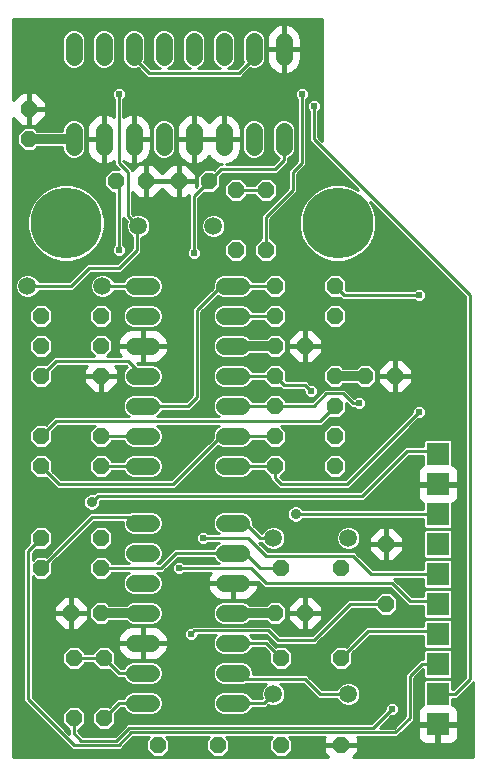
<source format=gbl>
G75*
%MOIN*%
%OFA0B0*%
%FSLAX24Y24*%
%IPPOS*%
%LPD*%
%AMOC8*
5,1,8,0,0,1.08239X$1,22.5*
%
%ADD10OC8,0.0560*%
%ADD11C,0.0560*%
%ADD12C,0.0594*%
%ADD13R,0.0748X0.0748*%
%ADD14C,0.0100*%
%ADD15C,0.0356*%
%ADD16C,0.0320*%
%ADD17C,0.0087*%
%ADD18C,0.0238*%
%ADD19C,0.2362*%
D10*
X002850Y002110D03*
X003850Y002110D03*
X003850Y004110D03*
X003750Y005610D03*
X002850Y004110D03*
X002750Y005610D03*
X001750Y007110D03*
X001750Y008110D03*
X001750Y010510D03*
X001750Y011510D03*
X001750Y013510D03*
X001750Y014510D03*
X001750Y015510D03*
X003750Y015510D03*
X003750Y014510D03*
X003750Y013510D03*
X003750Y011510D03*
X003750Y010510D03*
X003750Y008110D03*
X003750Y007110D03*
X005650Y001210D03*
X007650Y001210D03*
X009750Y001210D03*
X011750Y001210D03*
X011750Y004110D03*
X010550Y005610D03*
X009750Y004110D03*
X009550Y005610D03*
X009750Y007110D03*
X011750Y007110D03*
X013250Y007910D03*
X013250Y005910D03*
X011550Y010510D03*
X011550Y011510D03*
X011550Y012510D03*
X011550Y013510D03*
X012550Y013510D03*
X013550Y013510D03*
X011550Y015510D03*
X011550Y016510D03*
X010550Y014510D03*
X009550Y014510D03*
X009550Y013510D03*
X009550Y012510D03*
X009550Y011510D03*
X009550Y010510D03*
X009550Y015510D03*
X009550Y016510D03*
X009250Y017710D03*
X008250Y017710D03*
X008250Y019710D03*
X007350Y020010D03*
X006350Y020010D03*
X005250Y020010D03*
X004250Y020010D03*
X001350Y021410D03*
X001350Y022410D03*
X009250Y019710D03*
D11*
X008850Y021130D02*
X008850Y021690D01*
X007850Y021690D02*
X007850Y021130D01*
X006850Y021130D02*
X006850Y021690D01*
X005850Y021690D02*
X005850Y021130D01*
X004850Y021130D02*
X004850Y021690D01*
X003850Y021690D02*
X003850Y021130D01*
X002850Y021130D02*
X002850Y021690D01*
X002850Y024130D02*
X002850Y024690D01*
X003850Y024690D02*
X003850Y024130D01*
X004850Y024130D02*
X004850Y024690D01*
X005850Y024690D02*
X005850Y024130D01*
X006850Y024130D02*
X006850Y024690D01*
X007850Y024690D02*
X007850Y024130D01*
X008850Y024130D02*
X008850Y024690D01*
X009850Y024690D02*
X009850Y024130D01*
X009850Y021690D02*
X009850Y021130D01*
X008430Y016510D02*
X007870Y016510D01*
X007870Y015510D02*
X008430Y015510D01*
X008430Y014510D02*
X007870Y014510D01*
X007870Y013510D02*
X008430Y013510D01*
X008430Y012510D02*
X007870Y012510D01*
X007870Y011510D02*
X008430Y011510D01*
X008430Y010510D02*
X007870Y010510D01*
X007870Y008610D02*
X008430Y008610D01*
X008430Y007610D02*
X007870Y007610D01*
X007870Y006610D02*
X008430Y006610D01*
X008430Y005610D02*
X007870Y005610D01*
X007870Y004610D02*
X008430Y004610D01*
X008430Y003610D02*
X007870Y003610D01*
X007870Y002610D02*
X008430Y002610D01*
X005430Y002610D02*
X004870Y002610D01*
X004870Y003610D02*
X005430Y003610D01*
X005430Y004610D02*
X004870Y004610D01*
X004870Y005610D02*
X005430Y005610D01*
X005430Y006610D02*
X004870Y006610D01*
X004870Y007610D02*
X005430Y007610D01*
X005430Y008610D02*
X004870Y008610D01*
X004870Y010510D02*
X005430Y010510D01*
X005430Y011510D02*
X004870Y011510D01*
X004870Y012510D02*
X005430Y012510D01*
X005430Y013510D02*
X004870Y013510D01*
X004870Y014510D02*
X005430Y014510D01*
X005430Y015510D02*
X004870Y015510D01*
X004870Y016510D02*
X005430Y016510D01*
D12*
X005000Y018510D03*
X003800Y016510D03*
X001300Y016510D03*
X007500Y018510D03*
X009500Y008110D03*
X012000Y008110D03*
X012000Y002910D03*
X009500Y002910D03*
D13*
X014990Y002911D03*
X014990Y003911D03*
X014990Y004911D03*
X014990Y005911D03*
X014990Y006911D03*
X014990Y007911D03*
X014990Y008911D03*
X014990Y009911D03*
X014990Y010911D03*
X014990Y001911D03*
D14*
X000829Y000812D02*
X000829Y022125D01*
X001114Y021840D01*
X001320Y021840D01*
X001320Y022380D01*
X001380Y022380D01*
X001380Y022440D01*
X001320Y022440D01*
X001320Y022980D01*
X001114Y022980D01*
X000829Y022695D01*
X000829Y025395D01*
X011140Y025395D01*
X011140Y021337D01*
X011003Y021474D01*
X011003Y022339D01*
X011079Y022415D01*
X011079Y022605D01*
X010945Y022739D01*
X010755Y022739D01*
X010621Y022605D01*
X010621Y022415D01*
X010697Y022339D01*
X010697Y021346D01*
X010786Y021257D01*
X012337Y019706D01*
X012142Y019819D01*
X011814Y019907D01*
X011474Y019907D01*
X011145Y019819D01*
X010851Y019649D01*
X010611Y019408D01*
X010441Y019114D01*
X010353Y018785D01*
X010353Y018446D01*
X010441Y018117D01*
X010611Y017823D01*
X010851Y017582D01*
X011145Y017412D01*
X011474Y017324D01*
X011814Y017324D01*
X012142Y017412D01*
X012436Y017582D01*
X012677Y017823D01*
X012847Y018117D01*
X012935Y018446D01*
X012935Y018785D01*
X012847Y019114D01*
X012734Y019309D01*
X015897Y016146D01*
X015897Y003474D01*
X015487Y003064D01*
X015474Y003064D01*
X015474Y003330D01*
X015410Y003395D01*
X014571Y003395D01*
X014506Y003330D01*
X014506Y002553D01*
X014479Y002542D01*
X014431Y002510D01*
X014391Y002470D01*
X014359Y002422D01*
X014337Y002369D01*
X014326Y002313D01*
X014326Y001961D01*
X014940Y001961D01*
X014940Y001861D01*
X014326Y001861D01*
X014326Y001508D01*
X014337Y001452D01*
X014359Y001399D01*
X014391Y001352D01*
X014431Y001312D01*
X014479Y001280D01*
X014532Y001258D01*
X014588Y001247D01*
X014940Y001247D01*
X014940Y001861D01*
X015040Y001861D01*
X015040Y001961D01*
X015654Y001961D01*
X015654Y002313D01*
X015643Y002369D01*
X015621Y002422D01*
X015589Y002470D01*
X015549Y002510D01*
X015502Y002542D01*
X015474Y002553D01*
X015474Y002757D01*
X015614Y002757D01*
X016114Y003257D01*
X016160Y003303D01*
X016160Y000812D01*
X012158Y000812D01*
X012320Y000974D01*
X012320Y001180D01*
X011780Y001180D01*
X011780Y001240D01*
X012320Y001240D01*
X012320Y001446D01*
X012284Y001482D01*
X013639Y001482D01*
X013728Y001571D01*
X014114Y001957D01*
X014203Y002046D01*
X014203Y003446D01*
X014506Y003749D01*
X014506Y003491D01*
X014571Y003427D01*
X015410Y003427D01*
X015474Y003491D01*
X015474Y004330D01*
X015410Y004395D01*
X014571Y004395D01*
X014506Y004330D01*
X014506Y004063D01*
X014386Y004063D01*
X014297Y003974D01*
X013897Y003574D01*
X013897Y002174D01*
X013511Y001788D01*
X013045Y001788D01*
X013438Y002181D01*
X013545Y002181D01*
X013679Y002315D01*
X013679Y002505D01*
X013545Y002639D01*
X013355Y002639D01*
X013221Y002505D01*
X013221Y002398D01*
X012761Y001938D01*
X004636Y001938D01*
X004547Y001849D01*
X004211Y001513D01*
X003164Y001513D01*
X003003Y001674D01*
X003003Y001720D01*
X003012Y001720D01*
X003240Y001948D01*
X003240Y002272D01*
X003012Y002500D01*
X002688Y002500D01*
X002460Y002272D01*
X002460Y001948D01*
X002688Y001720D01*
X002697Y001720D01*
X002697Y001580D01*
X001478Y002799D01*
X001478Y006830D01*
X001588Y006720D01*
X001912Y006720D01*
X002140Y006948D01*
X002140Y007272D01*
X002134Y007277D01*
X003514Y008657D01*
X004480Y008657D01*
X004480Y008532D01*
X004539Y008389D01*
X004649Y008279D01*
X004792Y008220D01*
X005508Y008220D01*
X005651Y008279D01*
X005761Y008389D01*
X005820Y008532D01*
X005820Y008688D01*
X005761Y008831D01*
X005651Y008941D01*
X005508Y009000D01*
X004792Y009000D01*
X004704Y008963D01*
X003386Y008963D01*
X003297Y008874D01*
X001917Y007494D01*
X001912Y007500D01*
X001588Y007500D01*
X001478Y007390D01*
X001478Y007621D01*
X001583Y007726D01*
X001588Y007720D01*
X001912Y007720D01*
X002140Y007948D01*
X002140Y008272D01*
X001912Y008500D01*
X001588Y008500D01*
X001360Y008272D01*
X001360Y007948D01*
X001366Y007943D01*
X001172Y007749D01*
X001172Y002671D01*
X001261Y002582D01*
X002786Y001057D01*
X004414Y001057D01*
X004503Y001146D01*
X004839Y001482D01*
X005370Y001482D01*
X005260Y001372D01*
X005260Y001048D01*
X005488Y000820D01*
X005812Y000820D01*
X006040Y001048D01*
X006040Y001372D01*
X005930Y001482D01*
X007370Y001482D01*
X007260Y001372D01*
X007260Y001048D01*
X007488Y000820D01*
X007812Y000820D01*
X008040Y001048D01*
X008040Y001372D01*
X007930Y001482D01*
X009470Y001482D01*
X009360Y001372D01*
X009360Y001048D01*
X009588Y000820D01*
X009912Y000820D01*
X010140Y001048D01*
X010140Y001372D01*
X010030Y001482D01*
X011216Y001482D01*
X011180Y001446D01*
X011180Y001240D01*
X011720Y001240D01*
X011720Y001180D01*
X011180Y001180D01*
X011180Y000974D01*
X011342Y000812D01*
X000829Y000812D01*
X000829Y000899D02*
X005409Y000899D01*
X005311Y000998D02*
X000829Y000998D01*
X000829Y001096D02*
X002747Y001096D01*
X002649Y001195D02*
X000829Y001195D01*
X000829Y001293D02*
X002550Y001293D01*
X002452Y001392D02*
X000829Y001392D01*
X000829Y001490D02*
X002353Y001490D01*
X002255Y001589D02*
X000829Y001589D01*
X000829Y001687D02*
X002156Y001687D01*
X002058Y001786D02*
X000829Y001786D01*
X000829Y001884D02*
X001959Y001884D01*
X001861Y001983D02*
X000829Y001983D01*
X000829Y002081D02*
X001762Y002081D01*
X001664Y002180D02*
X000829Y002180D01*
X000829Y002278D02*
X001565Y002278D01*
X001467Y002377D02*
X000829Y002377D01*
X000829Y002475D02*
X001368Y002475D01*
X001270Y002574D02*
X000829Y002574D01*
X000829Y002672D02*
X001172Y002672D01*
X001172Y002771D02*
X000829Y002771D01*
X000829Y002869D02*
X001172Y002869D01*
X001172Y002968D02*
X000829Y002968D01*
X000829Y003066D02*
X001172Y003066D01*
X001172Y003165D02*
X000829Y003165D01*
X000829Y003263D02*
X001172Y003263D01*
X001172Y003362D02*
X000829Y003362D01*
X000829Y003460D02*
X001172Y003460D01*
X001172Y003559D02*
X000829Y003559D01*
X000829Y003657D02*
X001172Y003657D01*
X001172Y003756D02*
X000829Y003756D01*
X000829Y003854D02*
X001172Y003854D01*
X001172Y003953D02*
X000829Y003953D01*
X000829Y004051D02*
X001172Y004051D01*
X001172Y004150D02*
X000829Y004150D01*
X000829Y004248D02*
X001172Y004248D01*
X001172Y004347D02*
X000829Y004347D01*
X000829Y004445D02*
X001172Y004445D01*
X001172Y004544D02*
X000829Y004544D01*
X000829Y004642D02*
X001172Y004642D01*
X001172Y004741D02*
X000829Y004741D01*
X000829Y004839D02*
X001172Y004839D01*
X001172Y004938D02*
X000829Y004938D01*
X000829Y005036D02*
X001172Y005036D01*
X001172Y005135D02*
X000829Y005135D01*
X000829Y005233D02*
X001172Y005233D01*
X001172Y005332D02*
X000829Y005332D01*
X000829Y005430D02*
X001172Y005430D01*
X001172Y005529D02*
X000829Y005529D01*
X000829Y005627D02*
X001172Y005627D01*
X001172Y005726D02*
X000829Y005726D01*
X000829Y005824D02*
X001172Y005824D01*
X001172Y005923D02*
X000829Y005923D01*
X000829Y006021D02*
X001172Y006021D01*
X001172Y006120D02*
X000829Y006120D01*
X000829Y006218D02*
X001172Y006218D01*
X001172Y006317D02*
X000829Y006317D01*
X000829Y006415D02*
X001172Y006415D01*
X001172Y006514D02*
X000829Y006514D01*
X000829Y006612D02*
X001172Y006612D01*
X001172Y006711D02*
X000829Y006711D01*
X000829Y006809D02*
X001172Y006809D01*
X001172Y006908D02*
X000829Y006908D01*
X000829Y007006D02*
X001172Y007006D01*
X001172Y007105D02*
X000829Y007105D01*
X000829Y007203D02*
X001172Y007203D01*
X001172Y007302D02*
X000829Y007302D01*
X000829Y007400D02*
X001172Y007400D01*
X001172Y007499D02*
X000829Y007499D01*
X000829Y007597D02*
X001172Y007597D01*
X001172Y007696D02*
X000829Y007696D01*
X000829Y007794D02*
X001217Y007794D01*
X001316Y007893D02*
X000829Y007893D01*
X000829Y007991D02*
X001360Y007991D01*
X001360Y008090D02*
X000829Y008090D01*
X000829Y008188D02*
X001360Y008188D01*
X001375Y008287D02*
X000829Y008287D01*
X000829Y008385D02*
X001474Y008385D01*
X001572Y008484D02*
X000829Y008484D01*
X000829Y008582D02*
X003005Y008582D01*
X002907Y008484D02*
X001928Y008484D01*
X002026Y008385D02*
X002808Y008385D01*
X002710Y008287D02*
X002125Y008287D01*
X002140Y008188D02*
X002611Y008188D01*
X002513Y008090D02*
X002140Y008090D01*
X002140Y007991D02*
X002414Y007991D01*
X002316Y007893D02*
X002084Y007893D01*
X001986Y007794D02*
X002217Y007794D01*
X002119Y007696D02*
X001552Y007696D01*
X001478Y007597D02*
X002020Y007597D01*
X001922Y007499D02*
X001913Y007499D01*
X002158Y007302D02*
X003390Y007302D01*
X003360Y007272D02*
X003360Y006948D01*
X003588Y006720D01*
X003912Y006720D01*
X004140Y006948D01*
X004140Y006957D01*
X004688Y006957D01*
X004649Y006941D01*
X004539Y006831D01*
X004480Y006688D01*
X004480Y006532D01*
X004539Y006389D01*
X004649Y006279D01*
X004792Y006220D01*
X005508Y006220D01*
X005651Y006279D01*
X005761Y006389D01*
X005820Y006532D01*
X005820Y006688D01*
X005761Y006831D01*
X005651Y006941D01*
X005612Y006957D01*
X005814Y006957D01*
X005903Y007046D01*
X006314Y007457D01*
X007511Y007457D01*
X007539Y007389D01*
X007649Y007279D01*
X007688Y007263D01*
X006521Y007263D01*
X006445Y007339D01*
X006255Y007339D01*
X006121Y007205D01*
X006121Y007015D01*
X006255Y006881D01*
X006445Y006881D01*
X006521Y006957D01*
X007417Y006957D01*
X007382Y006909D01*
X007342Y006829D01*
X007314Y006743D01*
X007300Y006655D01*
X007300Y006640D01*
X008120Y006640D01*
X008120Y006580D01*
X008180Y006580D01*
X008180Y006640D01*
X009000Y006640D01*
X009000Y006643D01*
X009186Y006457D01*
X013386Y006457D01*
X013986Y005857D01*
X014506Y005857D01*
X014506Y005491D01*
X014571Y005427D01*
X015410Y005427D01*
X015474Y005491D01*
X015474Y006330D01*
X015410Y006395D01*
X014571Y006395D01*
X014506Y006330D01*
X014506Y006163D01*
X014114Y006163D01*
X013603Y006674D01*
X013519Y006757D01*
X014506Y006757D01*
X014506Y006491D01*
X014571Y006427D01*
X015410Y006427D01*
X015474Y006491D01*
X015474Y007330D01*
X015410Y007395D01*
X014571Y007395D01*
X014506Y007330D01*
X014506Y007064D01*
X012813Y007064D01*
X012303Y007574D01*
X012214Y007663D01*
X009314Y007663D01*
X009020Y007957D01*
X009123Y007957D01*
X009155Y007879D01*
X009269Y007765D01*
X009419Y007703D01*
X009581Y007703D01*
X009731Y007765D01*
X009845Y007879D01*
X009907Y008029D01*
X009907Y008191D01*
X009845Y008341D01*
X009731Y008455D01*
X009581Y008517D01*
X009419Y008517D01*
X009269Y008455D01*
X009155Y008341D01*
X009123Y008263D01*
X009114Y008263D01*
X008820Y008557D01*
X008820Y008688D01*
X008761Y008831D01*
X008651Y008941D01*
X008508Y009000D01*
X007792Y009000D01*
X007649Y008941D01*
X007539Y008831D01*
X007480Y008688D01*
X007480Y008532D01*
X007539Y008389D01*
X007649Y008279D01*
X007688Y008263D01*
X007321Y008263D01*
X007245Y008339D01*
X007055Y008339D01*
X006921Y008205D01*
X006921Y008015D01*
X007055Y007881D01*
X007245Y007881D01*
X007321Y007957D01*
X007688Y007957D01*
X007649Y007941D01*
X007539Y007831D01*
X007511Y007763D01*
X006186Y007763D01*
X005686Y007263D01*
X005612Y007263D01*
X005651Y007279D01*
X005761Y007389D01*
X005820Y007532D01*
X005820Y007688D01*
X005761Y007831D01*
X005651Y007941D01*
X005508Y008000D01*
X004792Y008000D01*
X004649Y007941D01*
X004539Y007831D01*
X004480Y007688D01*
X004480Y007532D01*
X004539Y007389D01*
X004649Y007279D01*
X004688Y007263D01*
X004140Y007263D01*
X004140Y007272D01*
X003912Y007500D01*
X003588Y007500D01*
X003360Y007272D01*
X003360Y007203D02*
X002140Y007203D01*
X002140Y007105D02*
X003360Y007105D01*
X003360Y007006D02*
X002140Y007006D01*
X002099Y006908D02*
X003401Y006908D01*
X003499Y006809D02*
X002001Y006809D01*
X002257Y007400D02*
X003489Y007400D01*
X003587Y007499D02*
X002355Y007499D01*
X002454Y007597D02*
X004480Y007597D01*
X004483Y007696D02*
X002552Y007696D01*
X002651Y007794D02*
X003514Y007794D01*
X003588Y007720D02*
X003912Y007720D01*
X004140Y007948D01*
X004140Y008272D01*
X003912Y008500D01*
X003588Y008500D01*
X003360Y008272D01*
X003360Y007948D01*
X003588Y007720D01*
X003416Y007893D02*
X002749Y007893D01*
X002848Y007991D02*
X003360Y007991D01*
X003360Y008090D02*
X002946Y008090D01*
X003045Y008188D02*
X003360Y008188D01*
X003375Y008287D02*
X003143Y008287D01*
X003242Y008385D02*
X003474Y008385D01*
X003572Y008484D02*
X003340Y008484D01*
X003439Y008582D02*
X004480Y008582D01*
X004500Y008484D02*
X003928Y008484D01*
X004026Y008385D02*
X004543Y008385D01*
X004642Y008287D02*
X004125Y008287D01*
X004140Y008188D02*
X006921Y008188D01*
X006921Y008090D02*
X004140Y008090D01*
X004140Y007991D02*
X004771Y007991D01*
X004601Y007893D02*
X004084Y007893D01*
X003986Y007794D02*
X004524Y007794D01*
X004494Y007499D02*
X003913Y007499D01*
X004011Y007400D02*
X004535Y007400D01*
X004627Y007302D02*
X004110Y007302D01*
X004099Y006908D02*
X004616Y006908D01*
X004530Y006809D02*
X004001Y006809D01*
X004490Y006711D02*
X001478Y006711D01*
X001478Y006809D02*
X001499Y006809D01*
X001478Y006612D02*
X004480Y006612D01*
X004488Y006514D02*
X001478Y006514D01*
X001478Y006415D02*
X004529Y006415D01*
X004612Y006317D02*
X001478Y006317D01*
X001478Y006218D02*
X007456Y006218D01*
X007435Y006239D02*
X007499Y006175D01*
X007571Y006122D01*
X007651Y006082D01*
X007737Y006054D01*
X007825Y006040D01*
X008120Y006040D01*
X008120Y006580D01*
X007300Y006580D01*
X007300Y006565D01*
X007314Y006477D01*
X007342Y006391D01*
X007382Y006311D01*
X007435Y006239D01*
X007380Y006317D02*
X005688Y006317D01*
X005771Y006415D02*
X007334Y006415D01*
X007308Y006514D02*
X005812Y006514D01*
X005820Y006612D02*
X008120Y006612D01*
X008180Y006612D02*
X009031Y006612D01*
X009000Y006580D02*
X008180Y006580D01*
X008180Y006040D01*
X008475Y006040D01*
X008563Y006054D01*
X008649Y006082D01*
X008729Y006122D01*
X008801Y006175D01*
X008865Y006239D01*
X008918Y006311D01*
X008958Y006391D01*
X008986Y006477D01*
X009000Y006565D01*
X009000Y006580D01*
X008992Y006514D02*
X009130Y006514D01*
X008966Y006415D02*
X013428Y006415D01*
X013412Y006300D02*
X013088Y006300D01*
X012860Y006072D01*
X012860Y006063D01*
X011986Y006063D01*
X011897Y005974D01*
X010786Y004863D01*
X009714Y004863D01*
X009478Y005099D01*
X009389Y005188D01*
X006811Y005188D01*
X006762Y005139D01*
X006655Y005139D01*
X006521Y005005D01*
X006521Y004815D01*
X006655Y004681D01*
X006845Y004681D01*
X006979Y004815D01*
X006979Y004882D01*
X007590Y004882D01*
X007539Y004831D01*
X007480Y004688D01*
X007480Y004532D01*
X007539Y004389D01*
X007649Y004279D01*
X007792Y004220D01*
X008508Y004220D01*
X008651Y004279D01*
X008761Y004389D01*
X008789Y004457D01*
X009186Y004457D01*
X009366Y004277D01*
X009360Y004272D01*
X009360Y003948D01*
X009588Y003720D01*
X009912Y003720D01*
X010140Y003948D01*
X010140Y004272D01*
X009912Y004500D01*
X009588Y004500D01*
X009583Y004494D01*
X009403Y004674D01*
X009314Y004763D01*
X008789Y004763D01*
X008761Y004831D01*
X008710Y004882D01*
X009261Y004882D01*
X009586Y004557D01*
X010914Y004557D01*
X011003Y004646D01*
X012114Y005757D01*
X012860Y005757D01*
X012860Y005748D01*
X013088Y005520D01*
X013412Y005520D01*
X013640Y005748D01*
X013640Y006072D01*
X013412Y006300D01*
X013493Y006218D02*
X013625Y006218D01*
X013592Y006120D02*
X013724Y006120D01*
X013640Y006021D02*
X013822Y006021D01*
X013921Y005923D02*
X013640Y005923D01*
X013640Y005824D02*
X014506Y005824D01*
X014506Y005726D02*
X013617Y005726D01*
X013519Y005627D02*
X014506Y005627D01*
X014506Y005529D02*
X013420Y005529D01*
X013080Y005529D02*
X011885Y005529D01*
X011787Y005430D02*
X014567Y005430D01*
X014571Y005395D02*
X014506Y005330D01*
X014506Y005163D01*
X012586Y005163D01*
X012497Y005074D01*
X011917Y004494D01*
X011912Y004500D01*
X011588Y004500D01*
X011360Y004272D01*
X011360Y003948D01*
X011588Y003720D01*
X011912Y003720D01*
X012140Y003948D01*
X012140Y004272D01*
X012134Y004277D01*
X012714Y004857D01*
X014506Y004857D01*
X014506Y004491D01*
X014571Y004427D01*
X015410Y004427D01*
X015474Y004491D01*
X015474Y005330D01*
X015410Y005395D01*
X014571Y005395D01*
X014507Y005332D02*
X011688Y005332D01*
X011590Y005233D02*
X014506Y005233D01*
X014506Y004839D02*
X012696Y004839D01*
X012597Y004741D02*
X014506Y004741D01*
X014506Y004642D02*
X012499Y004642D01*
X012400Y004544D02*
X014506Y004544D01*
X014552Y004445D02*
X012302Y004445D01*
X012203Y004347D02*
X014522Y004347D01*
X014506Y004248D02*
X012140Y004248D01*
X012140Y004150D02*
X014506Y004150D01*
X014374Y004051D02*
X012140Y004051D01*
X012140Y003953D02*
X014276Y003953D01*
X014177Y003854D02*
X012046Y003854D01*
X011947Y003756D02*
X014079Y003756D01*
X013980Y003657D02*
X008820Y003657D01*
X008820Y003688D02*
X008761Y003831D01*
X008651Y003941D01*
X008508Y004000D01*
X007792Y004000D01*
X007649Y003941D01*
X007539Y003831D01*
X007480Y003688D01*
X007480Y003532D01*
X007539Y003389D01*
X007649Y003279D01*
X007792Y003220D01*
X008508Y003220D01*
X008596Y003257D01*
X009273Y003257D01*
X009269Y003255D01*
X009155Y003141D01*
X009093Y002991D01*
X009093Y002829D01*
X009120Y002763D01*
X008789Y002763D01*
X008761Y002831D01*
X008651Y002941D01*
X008508Y003000D01*
X007792Y003000D01*
X007649Y002941D01*
X007539Y002831D01*
X007480Y002688D01*
X007480Y002532D01*
X007539Y002389D01*
X007649Y002279D01*
X007792Y002220D01*
X008508Y002220D01*
X008651Y002279D01*
X008761Y002389D01*
X008789Y002457D01*
X009264Y002457D01*
X009342Y002535D01*
X009419Y002503D01*
X009581Y002503D01*
X009731Y002565D01*
X009845Y002679D01*
X009907Y002829D01*
X009907Y002991D01*
X009845Y003141D01*
X009731Y003255D01*
X009727Y003257D01*
X010486Y003257D01*
X010986Y002757D01*
X011623Y002757D01*
X011655Y002679D01*
X011769Y002565D01*
X011919Y002503D01*
X012081Y002503D01*
X012231Y002565D01*
X012345Y002679D01*
X012407Y002829D01*
X012407Y002991D01*
X012345Y003141D01*
X012231Y003255D01*
X012081Y003317D01*
X011919Y003317D01*
X011769Y003255D01*
X011655Y003141D01*
X011623Y003063D01*
X011114Y003063D01*
X010703Y003474D01*
X010614Y003563D01*
X008820Y003563D01*
X008820Y003688D01*
X008792Y003756D02*
X009553Y003756D01*
X009454Y003854D02*
X008737Y003854D01*
X008622Y003953D02*
X009360Y003953D01*
X009360Y004051D02*
X005545Y004051D01*
X005563Y004054D02*
X005649Y004082D01*
X005729Y004122D01*
X005801Y004175D01*
X005865Y004239D01*
X005918Y004311D01*
X005958Y004391D01*
X005986Y004477D01*
X006000Y004565D01*
X006000Y004580D01*
X005180Y004580D01*
X005180Y004640D01*
X005120Y004640D01*
X005120Y005180D01*
X004825Y005180D01*
X004737Y005166D01*
X004651Y005138D01*
X004571Y005098D01*
X004499Y005045D01*
X004435Y004981D01*
X004382Y004909D01*
X004342Y004829D01*
X004314Y004743D01*
X004300Y004655D01*
X004300Y004640D01*
X005120Y004640D01*
X005120Y004580D01*
X005180Y004580D01*
X005180Y004040D01*
X005475Y004040D01*
X005563Y004054D01*
X005508Y004000D02*
X005651Y003941D01*
X005761Y003831D01*
X005820Y003688D01*
X005820Y003532D01*
X005761Y003389D01*
X005651Y003279D01*
X005508Y003220D01*
X004792Y003220D01*
X004649Y003279D01*
X004539Y003389D01*
X004511Y003457D01*
X004286Y003457D01*
X004197Y003546D01*
X004017Y003726D01*
X004012Y003720D01*
X003688Y003720D01*
X003460Y003948D01*
X003460Y003957D01*
X003240Y003957D01*
X003240Y003948D01*
X003012Y003720D01*
X002688Y003720D01*
X002460Y003948D01*
X002460Y004272D01*
X002688Y004500D01*
X003012Y004500D01*
X003240Y004272D01*
X003240Y004263D01*
X003460Y004263D01*
X003460Y004272D01*
X003688Y004500D01*
X004012Y004500D01*
X004240Y004272D01*
X004240Y003948D01*
X004234Y003943D01*
X004414Y003763D01*
X004511Y003763D01*
X004539Y003831D01*
X004649Y003941D01*
X004792Y004000D01*
X005508Y004000D01*
X005622Y003953D02*
X007678Y003953D01*
X007563Y003854D02*
X005737Y003854D01*
X005792Y003756D02*
X007508Y003756D01*
X007480Y003657D02*
X005820Y003657D01*
X005820Y003559D02*
X007480Y003559D01*
X007510Y003460D02*
X005790Y003460D01*
X005733Y003362D02*
X007567Y003362D01*
X007688Y003263D02*
X005612Y003263D01*
X005508Y003000D02*
X004792Y003000D01*
X004649Y002941D01*
X004539Y002831D01*
X004511Y002763D01*
X004286Y002763D01*
X004017Y002494D01*
X004012Y002500D01*
X003688Y002500D01*
X003460Y002272D01*
X003460Y001948D01*
X003688Y001720D01*
X004012Y001720D01*
X004240Y001948D01*
X004240Y002272D01*
X004234Y002277D01*
X004414Y002457D01*
X004511Y002457D01*
X004539Y002389D01*
X004649Y002279D01*
X004792Y002220D01*
X005508Y002220D01*
X005651Y002279D01*
X005761Y002389D01*
X005820Y002532D01*
X005820Y002688D01*
X005761Y002831D01*
X005651Y002941D01*
X005508Y003000D01*
X005586Y002968D02*
X007714Y002968D01*
X007578Y002869D02*
X005722Y002869D01*
X005786Y002771D02*
X007514Y002771D01*
X007480Y002672D02*
X005820Y002672D01*
X005820Y002574D02*
X007480Y002574D01*
X007504Y002475D02*
X005796Y002475D01*
X005748Y002377D02*
X007552Y002377D01*
X007652Y002278D02*
X005648Y002278D01*
X005280Y001392D02*
X004748Y001392D01*
X004650Y001293D02*
X005260Y001293D01*
X005260Y001195D02*
X004551Y001195D01*
X004453Y001096D02*
X005260Y001096D01*
X005891Y000899D02*
X007409Y000899D01*
X007311Y000998D02*
X005989Y000998D01*
X006040Y001096D02*
X007260Y001096D01*
X007260Y001195D02*
X006040Y001195D01*
X006040Y001293D02*
X007260Y001293D01*
X007280Y001392D02*
X006020Y001392D01*
X004714Y002968D02*
X001478Y002968D01*
X001478Y003066D02*
X009124Y003066D01*
X009093Y002968D02*
X008586Y002968D01*
X008722Y002869D02*
X009093Y002869D01*
X009117Y002771D02*
X008786Y002771D01*
X008748Y002377D02*
X013200Y002377D01*
X013221Y002475D02*
X009282Y002475D01*
X009739Y002574D02*
X011761Y002574D01*
X011662Y002672D02*
X009838Y002672D01*
X009883Y002771D02*
X010973Y002771D01*
X010874Y002869D02*
X009907Y002869D01*
X009907Y002968D02*
X010776Y002968D01*
X010677Y003066D02*
X009876Y003066D01*
X009821Y003165D02*
X010579Y003165D01*
X010815Y003362D02*
X013897Y003362D01*
X013897Y003460D02*
X010717Y003460D01*
X010618Y003559D02*
X013897Y003559D01*
X013897Y003263D02*
X012211Y003263D01*
X012321Y003165D02*
X013897Y003165D01*
X013897Y003066D02*
X012376Y003066D01*
X012407Y002968D02*
X013897Y002968D01*
X013897Y002869D02*
X012407Y002869D01*
X012383Y002771D02*
X013897Y002771D01*
X013897Y002672D02*
X012338Y002672D01*
X012239Y002574D02*
X013290Y002574D01*
X013610Y002574D02*
X013897Y002574D01*
X013897Y002475D02*
X013679Y002475D01*
X013679Y002377D02*
X013897Y002377D01*
X013897Y002278D02*
X013642Y002278D01*
X013436Y002180D02*
X013897Y002180D01*
X013804Y002081D02*
X013338Y002081D01*
X013239Y001983D02*
X013706Y001983D01*
X013607Y001884D02*
X013141Y001884D01*
X012904Y002081D02*
X004240Y002081D01*
X004240Y001983D02*
X012806Y001983D01*
X013003Y002180D02*
X004240Y002180D01*
X004235Y002278D02*
X004652Y002278D01*
X004552Y002377D02*
X004333Y002377D01*
X004097Y002574D02*
X001703Y002574D01*
X001605Y002672D02*
X004195Y002672D01*
X004514Y002771D02*
X001506Y002771D01*
X001478Y002869D02*
X004578Y002869D01*
X004688Y003263D02*
X001478Y003263D01*
X001478Y003165D02*
X009179Y003165D01*
X009360Y004150D02*
X005766Y004150D01*
X005872Y004248D02*
X007724Y004248D01*
X007582Y004347D02*
X005936Y004347D01*
X005976Y004445D02*
X007516Y004445D01*
X007480Y004544D02*
X005997Y004544D01*
X006000Y004640D02*
X006000Y004655D01*
X005986Y004743D01*
X005958Y004829D01*
X005918Y004909D01*
X005865Y004981D01*
X005801Y005045D01*
X005729Y005098D01*
X005649Y005138D01*
X005563Y005166D01*
X005475Y005180D01*
X005180Y005180D01*
X005180Y004640D01*
X006000Y004640D01*
X006000Y004642D02*
X007480Y004642D01*
X007502Y004741D02*
X006905Y004741D01*
X006979Y004839D02*
X007548Y004839D01*
X007761Y005233D02*
X005539Y005233D01*
X005508Y005220D02*
X005651Y005279D01*
X005761Y005389D01*
X005820Y005532D01*
X005820Y005688D01*
X005761Y005831D01*
X005651Y005941D01*
X005508Y006000D01*
X004792Y006000D01*
X004649Y005941D01*
X004588Y005880D01*
X004032Y005880D01*
X003912Y006000D01*
X003588Y006000D01*
X003360Y005772D01*
X003360Y005448D01*
X003588Y005220D01*
X003912Y005220D01*
X004032Y005340D01*
X004588Y005340D01*
X004649Y005279D01*
X004792Y005220D01*
X005508Y005220D01*
X005656Y005135D02*
X006651Y005135D01*
X006552Y005036D02*
X005810Y005036D01*
X005897Y004938D02*
X006521Y004938D01*
X006521Y004839D02*
X005953Y004839D01*
X005986Y004741D02*
X006595Y004741D01*
X005778Y005430D02*
X007522Y005430D01*
X007539Y005389D02*
X007649Y005279D01*
X007792Y005220D01*
X008508Y005220D01*
X008651Y005279D01*
X008712Y005340D01*
X009268Y005340D01*
X009388Y005220D01*
X009712Y005220D01*
X009940Y005448D01*
X009940Y005772D01*
X009712Y006000D01*
X009388Y006000D01*
X009268Y005880D01*
X008712Y005880D01*
X008651Y005941D01*
X008508Y006000D01*
X007792Y006000D01*
X007649Y005941D01*
X007539Y005831D01*
X007480Y005688D01*
X007480Y005532D01*
X007539Y005389D01*
X007597Y005332D02*
X005703Y005332D01*
X005818Y005529D02*
X007482Y005529D01*
X007480Y005627D02*
X005820Y005627D01*
X005804Y005726D02*
X007496Y005726D01*
X007537Y005824D02*
X005763Y005824D01*
X005669Y005923D02*
X007631Y005923D01*
X007577Y006120D02*
X003046Y006120D01*
X002986Y006180D02*
X002780Y006180D01*
X002780Y005640D01*
X003320Y005640D01*
X003320Y005846D01*
X002986Y006180D01*
X002780Y006120D02*
X002720Y006120D01*
X002720Y006180D02*
X002514Y006180D01*
X002180Y005846D01*
X002180Y005640D01*
X002720Y005640D01*
X002720Y006180D01*
X002720Y006021D02*
X002780Y006021D01*
X002780Y005923D02*
X002720Y005923D01*
X002720Y005824D02*
X002780Y005824D01*
X002780Y005726D02*
X002720Y005726D01*
X002720Y005640D02*
X002780Y005640D01*
X002780Y005580D01*
X003320Y005580D01*
X003320Y005374D01*
X002986Y005040D01*
X002780Y005040D01*
X002780Y005580D01*
X002720Y005580D01*
X002720Y005040D01*
X002514Y005040D01*
X002180Y005374D01*
X002180Y005580D01*
X002720Y005580D01*
X002720Y005640D01*
X002720Y005627D02*
X001478Y005627D01*
X001478Y005529D02*
X002180Y005529D01*
X002180Y005430D02*
X001478Y005430D01*
X001478Y005332D02*
X002222Y005332D01*
X002321Y005233D02*
X001478Y005233D01*
X001478Y005135D02*
X002419Y005135D01*
X002720Y005135D02*
X002780Y005135D01*
X002780Y005233D02*
X002720Y005233D01*
X002720Y005332D02*
X002780Y005332D01*
X002780Y005430D02*
X002720Y005430D01*
X002720Y005529D02*
X002780Y005529D01*
X002780Y005627D02*
X003360Y005627D01*
X003360Y005529D02*
X003320Y005529D01*
X003320Y005430D02*
X003378Y005430D01*
X003477Y005332D02*
X003278Y005332D01*
X003179Y005233D02*
X003575Y005233D01*
X003925Y005233D02*
X004761Y005233D01*
X004644Y005135D02*
X003081Y005135D01*
X003320Y005726D02*
X003360Y005726D01*
X003320Y005824D02*
X003413Y005824D01*
X003511Y005923D02*
X003243Y005923D01*
X003145Y006021D02*
X010155Y006021D01*
X010057Y005923D02*
X009789Y005923D01*
X009887Y005824D02*
X009980Y005824D01*
X009980Y005846D02*
X009980Y005640D01*
X010520Y005640D01*
X010520Y006180D01*
X010314Y006180D01*
X009980Y005846D01*
X009980Y005726D02*
X009940Y005726D01*
X009940Y005627D02*
X010520Y005627D01*
X010520Y005640D02*
X010520Y005580D01*
X010580Y005580D01*
X010580Y005640D01*
X011120Y005640D01*
X011120Y005846D01*
X010786Y006180D01*
X010580Y006180D01*
X010580Y005640D01*
X010520Y005640D01*
X010520Y005580D02*
X009980Y005580D01*
X009980Y005374D01*
X010314Y005040D01*
X010520Y005040D01*
X010520Y005580D01*
X010520Y005529D02*
X010580Y005529D01*
X010580Y005580D02*
X010580Y005040D01*
X010786Y005040D01*
X011120Y005374D01*
X011120Y005580D01*
X010580Y005580D01*
X010580Y005627D02*
X011550Y005627D01*
X011452Y005529D02*
X011120Y005529D01*
X011120Y005430D02*
X011353Y005430D01*
X011255Y005332D02*
X011078Y005332D01*
X011156Y005233D02*
X010979Y005233D01*
X011058Y005135D02*
X010881Y005135D01*
X010959Y005036D02*
X009541Y005036D01*
X009639Y004938D02*
X010861Y004938D01*
X011097Y004741D02*
X012164Y004741D01*
X012262Y004839D02*
X011196Y004839D01*
X011294Y004938D02*
X012361Y004938D01*
X012459Y005036D02*
X011393Y005036D01*
X011491Y005135D02*
X012558Y005135D01*
X012981Y005627D02*
X011984Y005627D01*
X012082Y005726D02*
X012883Y005726D01*
X012908Y006120D02*
X010846Y006120D01*
X010945Y006021D02*
X011944Y006021D01*
X011846Y005923D02*
X011043Y005923D01*
X011120Y005824D02*
X011747Y005824D01*
X011649Y005726D02*
X011120Y005726D01*
X010580Y005726D02*
X010520Y005726D01*
X010520Y005824D02*
X010580Y005824D01*
X010580Y005923D02*
X010520Y005923D01*
X010520Y006021D02*
X010580Y006021D01*
X010580Y006120D02*
X010520Y006120D01*
X010254Y006120D02*
X008723Y006120D01*
X008844Y006218D02*
X013007Y006218D01*
X013527Y006317D02*
X008920Y006317D01*
X008669Y005923D02*
X009311Y005923D01*
X009277Y005332D02*
X008703Y005332D01*
X008539Y005233D02*
X009375Y005233D01*
X009442Y005135D02*
X010219Y005135D01*
X010121Y005233D02*
X009725Y005233D01*
X009823Y005332D02*
X010022Y005332D01*
X009980Y005430D02*
X009922Y005430D01*
X009940Y005529D02*
X009980Y005529D01*
X010520Y005430D02*
X010580Y005430D01*
X010580Y005332D02*
X010520Y005332D01*
X010520Y005233D02*
X010580Y005233D01*
X010580Y005135D02*
X010520Y005135D01*
X010999Y004642D02*
X012065Y004642D01*
X011967Y004544D02*
X009533Y004544D01*
X009501Y004642D02*
X009435Y004642D01*
X009403Y004741D02*
X009336Y004741D01*
X009304Y004839D02*
X008752Y004839D01*
X008784Y004445D02*
X009198Y004445D01*
X009297Y004347D02*
X008718Y004347D01*
X008575Y004248D02*
X009360Y004248D01*
X009966Y004445D02*
X011534Y004445D01*
X011435Y004347D02*
X010065Y004347D01*
X010140Y004248D02*
X011360Y004248D01*
X011360Y004150D02*
X010140Y004150D01*
X010140Y004051D02*
X011360Y004051D01*
X011360Y003953D02*
X010140Y003953D01*
X010046Y003854D02*
X011454Y003854D01*
X011553Y003756D02*
X009947Y003756D01*
X010914Y003263D02*
X011789Y003263D01*
X011679Y003165D02*
X011012Y003165D01*
X011111Y003066D02*
X011624Y003066D01*
X011180Y001392D02*
X010120Y001392D01*
X010140Y001293D02*
X011180Y001293D01*
X011180Y001096D02*
X010140Y001096D01*
X010140Y001195D02*
X011720Y001195D01*
X011780Y001195D02*
X016160Y001195D01*
X016160Y001293D02*
X015522Y001293D01*
X015502Y001280D02*
X015549Y001312D01*
X015589Y001352D01*
X015621Y001399D01*
X015643Y001452D01*
X015654Y001508D01*
X015654Y001861D01*
X015040Y001861D01*
X015040Y001247D01*
X015393Y001247D01*
X015449Y001258D01*
X015502Y001280D01*
X015616Y001392D02*
X016160Y001392D01*
X016160Y001490D02*
X015651Y001490D01*
X015654Y001589D02*
X016160Y001589D01*
X016160Y001687D02*
X015654Y001687D01*
X015654Y001786D02*
X016160Y001786D01*
X016160Y001884D02*
X015040Y001884D01*
X015040Y001786D02*
X014940Y001786D01*
X014940Y001884D02*
X014041Y001884D01*
X013942Y001786D02*
X014326Y001786D01*
X014326Y001687D02*
X013844Y001687D01*
X013745Y001589D02*
X014326Y001589D01*
X014330Y001490D02*
X013647Y001490D01*
X014139Y001983D02*
X014326Y001983D01*
X014326Y002081D02*
X014203Y002081D01*
X014203Y002180D02*
X014326Y002180D01*
X014326Y002278D02*
X014203Y002278D01*
X014203Y002377D02*
X014340Y002377D01*
X014396Y002475D02*
X014203Y002475D01*
X014203Y002574D02*
X014506Y002574D01*
X014506Y002672D02*
X014203Y002672D01*
X014203Y002771D02*
X014506Y002771D01*
X014506Y002869D02*
X014203Y002869D01*
X014203Y002968D02*
X014506Y002968D01*
X014506Y003066D02*
X014203Y003066D01*
X014203Y003165D02*
X014506Y003165D01*
X014506Y003263D02*
X014203Y003263D01*
X014203Y003362D02*
X014537Y003362D01*
X014537Y003460D02*
X014217Y003460D01*
X014315Y003559D02*
X014506Y003559D01*
X014506Y003657D02*
X014414Y003657D01*
X015443Y003460D02*
X015883Y003460D01*
X015897Y003559D02*
X015474Y003559D01*
X015474Y003657D02*
X015897Y003657D01*
X015897Y003756D02*
X015474Y003756D01*
X015474Y003854D02*
X015897Y003854D01*
X015897Y003953D02*
X015474Y003953D01*
X015474Y004051D02*
X015897Y004051D01*
X015897Y004150D02*
X015474Y004150D01*
X015474Y004248D02*
X015897Y004248D01*
X015897Y004347D02*
X015458Y004347D01*
X015428Y004445D02*
X015897Y004445D01*
X015897Y004544D02*
X015474Y004544D01*
X015474Y004642D02*
X015897Y004642D01*
X015897Y004741D02*
X015474Y004741D01*
X015474Y004839D02*
X015897Y004839D01*
X015897Y004938D02*
X015474Y004938D01*
X015474Y005036D02*
X015897Y005036D01*
X015897Y005135D02*
X015474Y005135D01*
X015474Y005233D02*
X015897Y005233D01*
X015897Y005332D02*
X015473Y005332D01*
X015413Y005430D02*
X015897Y005430D01*
X015897Y005529D02*
X015474Y005529D01*
X015474Y005627D02*
X015897Y005627D01*
X015897Y005726D02*
X015474Y005726D01*
X015474Y005824D02*
X015897Y005824D01*
X015897Y005923D02*
X015474Y005923D01*
X015474Y006021D02*
X015897Y006021D01*
X015897Y006120D02*
X015474Y006120D01*
X015474Y006218D02*
X015897Y006218D01*
X015897Y006317D02*
X015474Y006317D01*
X015474Y006514D02*
X015897Y006514D01*
X015897Y006612D02*
X015474Y006612D01*
X015474Y006711D02*
X015897Y006711D01*
X015897Y006809D02*
X015474Y006809D01*
X015474Y006908D02*
X015897Y006908D01*
X015897Y007006D02*
X015474Y007006D01*
X015474Y007105D02*
X015897Y007105D01*
X015897Y007203D02*
X015474Y007203D01*
X015474Y007302D02*
X015897Y007302D01*
X015897Y007400D02*
X013546Y007400D01*
X013486Y007340D02*
X013820Y007674D01*
X013820Y007880D01*
X013280Y007880D01*
X013280Y007940D01*
X013220Y007940D01*
X013220Y008480D01*
X013014Y008480D01*
X012680Y008146D01*
X012680Y007940D01*
X013220Y007940D01*
X013220Y007880D01*
X012680Y007880D01*
X012680Y007674D01*
X013014Y007340D01*
X013220Y007340D01*
X013220Y007880D01*
X013280Y007880D01*
X013280Y007340D01*
X013486Y007340D01*
X013280Y007400D02*
X013220Y007400D01*
X013220Y007499D02*
X013280Y007499D01*
X013280Y007597D02*
X013220Y007597D01*
X013220Y007696D02*
X013280Y007696D01*
X013280Y007794D02*
X013220Y007794D01*
X013220Y007893D02*
X012351Y007893D01*
X012345Y007879D02*
X012407Y008029D01*
X012407Y008191D01*
X012345Y008341D01*
X012231Y008455D01*
X012081Y008517D01*
X011919Y008517D01*
X011769Y008455D01*
X011655Y008341D01*
X011593Y008191D01*
X011593Y008029D01*
X011655Y007879D01*
X011769Y007765D01*
X011919Y007703D01*
X012081Y007703D01*
X012231Y007765D01*
X012345Y007879D01*
X012260Y007794D02*
X012680Y007794D01*
X012680Y007696D02*
X009281Y007696D01*
X009240Y007794D02*
X009183Y007794D01*
X009149Y007893D02*
X009084Y007893D01*
X009090Y008287D02*
X009132Y008287D01*
X009199Y008385D02*
X008992Y008385D01*
X008893Y008484D02*
X009338Y008484D01*
X009662Y008484D02*
X011838Y008484D01*
X011699Y008385D02*
X009801Y008385D01*
X009868Y008287D02*
X011632Y008287D01*
X011593Y008188D02*
X009907Y008188D01*
X009907Y008090D02*
X011593Y008090D01*
X011609Y007991D02*
X009891Y007991D01*
X009851Y007893D02*
X011649Y007893D01*
X011740Y007794D02*
X009760Y007794D01*
X010087Y008666D02*
X010193Y008622D01*
X010307Y008622D01*
X010413Y008666D01*
X010494Y008747D01*
X010496Y008751D01*
X014506Y008751D01*
X014506Y008491D01*
X014571Y008427D01*
X015410Y008427D01*
X015474Y008491D01*
X015474Y009268D01*
X015502Y009280D01*
X015549Y009312D01*
X015589Y009352D01*
X015621Y009399D01*
X015643Y009452D01*
X015654Y009508D01*
X015654Y009861D01*
X015040Y009861D01*
X015040Y009961D01*
X015654Y009961D01*
X015897Y009961D01*
X015897Y009863D02*
X015040Y009863D01*
X014940Y009863D02*
X013029Y009863D01*
X013127Y009961D02*
X014326Y009961D01*
X014940Y009961D01*
X014940Y009861D01*
X014326Y009861D01*
X014326Y009508D01*
X014337Y009452D01*
X014359Y009399D01*
X014391Y009352D01*
X014431Y009312D01*
X014479Y009280D01*
X014506Y009268D01*
X014506Y009071D01*
X010495Y009071D01*
X010494Y009073D01*
X010413Y009154D01*
X010307Y009198D01*
X010193Y009198D01*
X010087Y009154D01*
X010006Y009073D01*
X009962Y008967D01*
X009962Y008853D01*
X010006Y008747D01*
X010087Y008666D01*
X010072Y008681D02*
X008820Y008681D01*
X008820Y008582D02*
X014506Y008582D01*
X014506Y008681D02*
X010428Y008681D01*
X010265Y008895D02*
X010281Y008911D01*
X014990Y008911D01*
X014571Y008395D02*
X014506Y008330D01*
X014506Y007491D01*
X014571Y007427D01*
X015410Y007427D01*
X015474Y007491D01*
X015474Y008330D01*
X015410Y008395D01*
X014571Y008395D01*
X014561Y008385D02*
X013581Y008385D01*
X013486Y008480D02*
X013280Y008480D01*
X013280Y007940D01*
X013820Y007940D01*
X013820Y008146D01*
X013486Y008480D01*
X013280Y008385D02*
X013220Y008385D01*
X013220Y008287D02*
X013280Y008287D01*
X013280Y008188D02*
X013220Y008188D01*
X013220Y008090D02*
X013280Y008090D01*
X013280Y007991D02*
X013220Y007991D01*
X013280Y007893D02*
X014506Y007893D01*
X014506Y007991D02*
X013820Y007991D01*
X013820Y008090D02*
X014506Y008090D01*
X014506Y008188D02*
X013778Y008188D01*
X013679Y008287D02*
X014506Y008287D01*
X014514Y008484D02*
X012162Y008484D01*
X012301Y008385D02*
X012919Y008385D01*
X012821Y008287D02*
X012368Y008287D01*
X012407Y008188D02*
X012722Y008188D01*
X012680Y008090D02*
X012407Y008090D01*
X012391Y007991D02*
X012680Y007991D01*
X012757Y007597D02*
X012280Y007597D01*
X012378Y007499D02*
X012855Y007499D01*
X012954Y007400D02*
X012477Y007400D01*
X012575Y007302D02*
X014506Y007302D01*
X014506Y007203D02*
X012674Y007203D01*
X012772Y007105D02*
X014506Y007105D01*
X014506Y006711D02*
X013566Y006711D01*
X013665Y006612D02*
X014506Y006612D01*
X014506Y006514D02*
X013763Y006514D01*
X013862Y006415D02*
X015897Y006415D01*
X015897Y007499D02*
X015474Y007499D01*
X015474Y007597D02*
X015897Y007597D01*
X015897Y007696D02*
X015474Y007696D01*
X015474Y007794D02*
X015897Y007794D01*
X015897Y007893D02*
X015474Y007893D01*
X015474Y007991D02*
X015897Y007991D01*
X015897Y008090D02*
X015474Y008090D01*
X015474Y008188D02*
X015897Y008188D01*
X015897Y008287D02*
X015474Y008287D01*
X015419Y008385D02*
X015897Y008385D01*
X015897Y008484D02*
X015467Y008484D01*
X015474Y008582D02*
X015897Y008582D01*
X015897Y008681D02*
X015474Y008681D01*
X015474Y008779D02*
X015897Y008779D01*
X015897Y008878D02*
X015474Y008878D01*
X015474Y008976D02*
X015897Y008976D01*
X015897Y009075D02*
X015474Y009075D01*
X015474Y009173D02*
X015897Y009173D01*
X015897Y009272D02*
X015482Y009272D01*
X015602Y009370D02*
X015897Y009370D01*
X015897Y009469D02*
X015646Y009469D01*
X015654Y009567D02*
X015897Y009567D01*
X015897Y009666D02*
X015654Y009666D01*
X015654Y009764D02*
X015897Y009764D01*
X015897Y010060D02*
X015654Y010060D01*
X015654Y010158D02*
X015897Y010158D01*
X015897Y010257D02*
X015654Y010257D01*
X015654Y010313D02*
X015643Y010369D01*
X015621Y010422D01*
X015589Y010470D01*
X015549Y010510D01*
X015502Y010542D01*
X015474Y010553D01*
X015474Y011330D01*
X015410Y011395D01*
X014571Y011395D01*
X014506Y011330D01*
X014506Y011170D01*
X014016Y011170D01*
X013884Y011170D01*
X012384Y009670D01*
X003584Y009670D01*
X003511Y009597D01*
X003507Y009598D01*
X003393Y009598D01*
X003287Y009554D01*
X003206Y009473D01*
X003162Y009367D01*
X003162Y009253D01*
X003206Y009147D01*
X003287Y009066D01*
X003393Y009022D01*
X003507Y009022D01*
X003613Y009066D01*
X003694Y009147D01*
X003738Y009253D01*
X003738Y009350D01*
X012516Y009350D01*
X012610Y009444D01*
X014016Y010850D01*
X014506Y010850D01*
X014506Y010553D01*
X014479Y010542D01*
X014431Y010510D01*
X014391Y010470D01*
X014359Y010422D01*
X014337Y010369D01*
X014326Y010313D01*
X014326Y009961D01*
X014326Y010060D02*
X013226Y010060D01*
X013324Y010158D02*
X014326Y010158D01*
X014326Y010257D02*
X013423Y010257D01*
X013521Y010355D02*
X014334Y010355D01*
X014380Y010454D02*
X013620Y010454D01*
X013718Y010552D02*
X014504Y010552D01*
X014506Y010651D02*
X013817Y010651D01*
X013915Y010749D02*
X014506Y010749D01*
X014506Y010848D02*
X014014Y010848D01*
X013950Y011010D02*
X014750Y011010D01*
X014849Y010911D01*
X014990Y010911D01*
X015474Y010946D02*
X015897Y010946D01*
X015897Y010848D02*
X015474Y010848D01*
X015474Y010749D02*
X015897Y010749D01*
X015897Y010651D02*
X015474Y010651D01*
X015477Y010552D02*
X015897Y010552D01*
X015897Y010454D02*
X015600Y010454D01*
X015646Y010355D02*
X015897Y010355D01*
X015654Y010313D02*
X015654Y009961D01*
X015474Y011045D02*
X015897Y011045D01*
X015897Y011143D02*
X015474Y011143D01*
X015474Y011242D02*
X015897Y011242D01*
X015897Y011340D02*
X015464Y011340D01*
X015897Y011439D02*
X013695Y011439D01*
X013597Y011340D02*
X014516Y011340D01*
X014506Y011242D02*
X013498Y011242D01*
X013400Y011143D02*
X013857Y011143D01*
X013758Y011045D02*
X013301Y011045D01*
X013203Y010946D02*
X013660Y010946D01*
X013561Y010848D02*
X013104Y010848D01*
X013006Y010749D02*
X013463Y010749D01*
X013364Y010651D02*
X012907Y010651D01*
X012809Y010552D02*
X013266Y010552D01*
X013167Y010454D02*
X012710Y010454D01*
X012612Y010355D02*
X013069Y010355D01*
X012970Y010257D02*
X012513Y010257D01*
X012415Y010158D02*
X012872Y010158D01*
X012773Y010060D02*
X012316Y010060D01*
X012218Y009961D02*
X012675Y009961D01*
X012576Y009863D02*
X012119Y009863D01*
X012021Y009764D02*
X012478Y009764D01*
X012450Y009510D02*
X003650Y009510D01*
X003450Y009310D01*
X003318Y009567D02*
X000829Y009567D01*
X000829Y009469D02*
X003204Y009469D01*
X003163Y009370D02*
X000829Y009370D01*
X000829Y009272D02*
X003162Y009272D01*
X003195Y009173D02*
X000829Y009173D01*
X000829Y009075D02*
X003278Y009075D01*
X003301Y008878D02*
X000829Y008878D01*
X000829Y008976D02*
X004735Y008976D01*
X004792Y010120D02*
X004649Y010179D01*
X004539Y010289D01*
X004511Y010357D01*
X004140Y010357D01*
X004140Y010348D01*
X003912Y010120D01*
X003588Y010120D01*
X003360Y010348D01*
X003360Y010672D01*
X003588Y010900D01*
X003912Y010900D01*
X004140Y010672D01*
X004140Y010663D01*
X004511Y010663D01*
X004539Y010731D01*
X004649Y010841D01*
X004792Y010900D01*
X005508Y010900D01*
X005651Y010841D01*
X005761Y010731D01*
X005820Y010588D01*
X005820Y010432D01*
X005761Y010289D01*
X005651Y010179D01*
X005508Y010120D01*
X004792Y010120D01*
X004700Y010158D02*
X003950Y010158D01*
X004048Y010257D02*
X004572Y010257D01*
X004512Y010355D02*
X004140Y010355D01*
X004062Y010749D02*
X004558Y010749D01*
X004666Y010848D02*
X003964Y010848D01*
X003912Y011120D02*
X004140Y011348D01*
X004140Y011357D01*
X004511Y011357D01*
X004539Y011289D01*
X004649Y011179D01*
X004792Y011120D01*
X005508Y011120D01*
X005651Y011179D01*
X005761Y011289D01*
X005820Y011432D01*
X005820Y011588D01*
X005761Y011731D01*
X005651Y011841D01*
X005612Y011857D01*
X007688Y011857D01*
X007649Y011841D01*
X007539Y011731D01*
X007480Y011588D01*
X007480Y011457D01*
X006086Y010063D01*
X002414Y010063D01*
X002134Y010343D01*
X002140Y010348D01*
X002140Y010672D01*
X001912Y010900D01*
X001588Y010900D01*
X001360Y010672D01*
X001360Y010348D01*
X001588Y010120D01*
X001912Y010120D01*
X001917Y010126D01*
X002197Y009846D01*
X002286Y009757D01*
X006214Y009757D01*
X007643Y011186D01*
X007649Y011179D01*
X007792Y011120D01*
X008508Y011120D01*
X008651Y011179D01*
X008761Y011289D01*
X008789Y011357D01*
X009160Y011357D01*
X009160Y011348D01*
X009388Y011120D01*
X009712Y011120D01*
X009940Y011348D01*
X009940Y011672D01*
X009755Y011857D01*
X011114Y011857D01*
X011383Y012126D01*
X011388Y012120D01*
X011712Y012120D01*
X011940Y012348D01*
X011940Y012603D01*
X011997Y012546D01*
X012086Y012457D01*
X012179Y012457D01*
X012255Y012381D01*
X012445Y012381D01*
X012579Y012515D01*
X012579Y012705D01*
X012445Y012839D01*
X012255Y012839D01*
X012196Y012780D01*
X011889Y013088D01*
X011211Y013088D01*
X011122Y012999D01*
X010786Y012663D01*
X009940Y012663D01*
X009940Y012672D01*
X009712Y012900D01*
X009388Y012900D01*
X009160Y012672D01*
X009160Y012663D01*
X008789Y012663D01*
X008761Y012731D01*
X008651Y012841D01*
X008508Y012900D01*
X007792Y012900D01*
X007649Y012841D01*
X007539Y012731D01*
X007480Y012588D01*
X007480Y012432D01*
X007539Y012289D01*
X007649Y012179D01*
X007688Y012163D01*
X005612Y012163D01*
X005651Y012179D01*
X005761Y012289D01*
X005789Y012357D01*
X006714Y012357D01*
X007014Y012657D01*
X007103Y012746D01*
X007103Y015646D01*
X007643Y016186D01*
X007649Y016179D01*
X007792Y016120D01*
X008508Y016120D01*
X008651Y016179D01*
X008761Y016289D01*
X008789Y016357D01*
X009160Y016357D01*
X009160Y016348D01*
X009388Y016120D01*
X009712Y016120D01*
X009940Y016348D01*
X009940Y016672D01*
X009712Y016900D01*
X009388Y016900D01*
X009160Y016672D01*
X009160Y016663D01*
X008789Y016663D01*
X008761Y016731D01*
X008651Y016841D01*
X008508Y016900D01*
X007792Y016900D01*
X007649Y016841D01*
X007539Y016731D01*
X007480Y016588D01*
X007480Y016457D01*
X006797Y015774D01*
X006797Y012874D01*
X006586Y012663D01*
X005789Y012663D01*
X005761Y012731D01*
X005651Y012841D01*
X005508Y012900D01*
X004792Y012900D01*
X004649Y012841D01*
X004539Y012731D01*
X004480Y012588D01*
X004480Y012432D01*
X004539Y012289D01*
X004649Y012179D01*
X004688Y012163D01*
X002186Y012163D01*
X002097Y012074D01*
X002097Y012074D01*
X001917Y011894D01*
X001912Y011900D01*
X001588Y011900D01*
X001360Y011672D01*
X001360Y011348D01*
X001588Y011120D01*
X001912Y011120D01*
X002140Y011348D01*
X002140Y011672D01*
X002134Y011677D01*
X002314Y011857D01*
X003545Y011857D01*
X003360Y011672D01*
X003360Y011348D01*
X003588Y011120D01*
X003912Y011120D01*
X003935Y011143D02*
X004737Y011143D01*
X004587Y011242D02*
X004033Y011242D01*
X004132Y011340D02*
X004518Y011340D01*
X004602Y012227D02*
X000829Y012227D01*
X000829Y012325D02*
X004524Y012325D01*
X004484Y012424D02*
X000829Y012424D01*
X000829Y012522D02*
X004480Y012522D01*
X004494Y012621D02*
X000829Y012621D01*
X000829Y012719D02*
X004535Y012719D01*
X004626Y012818D02*
X000829Y012818D01*
X000829Y012916D02*
X006797Y012916D01*
X006797Y013015D02*
X004061Y013015D01*
X003986Y012940D02*
X004320Y013274D01*
X004320Y013480D01*
X003780Y013480D01*
X003780Y013540D01*
X004320Y013540D01*
X004320Y013746D01*
X004216Y013850D01*
X004584Y013850D01*
X004621Y013813D01*
X004539Y013731D01*
X004480Y013588D01*
X004480Y013432D01*
X004539Y013289D01*
X004649Y013179D01*
X004792Y013120D01*
X005508Y013120D01*
X005651Y013179D01*
X005761Y013289D01*
X005820Y013432D01*
X005820Y013588D01*
X005761Y013731D01*
X005651Y013841D01*
X005508Y013900D01*
X004986Y013900D01*
X004946Y013940D01*
X005120Y013940D01*
X005120Y014480D01*
X004300Y014480D01*
X004300Y014465D01*
X004314Y014377D01*
X004342Y014291D01*
X004382Y014211D01*
X004412Y014170D01*
X003962Y014170D01*
X004140Y014348D01*
X004140Y014672D01*
X003912Y014900D01*
X003588Y014900D01*
X003360Y014672D01*
X003360Y014348D01*
X003538Y014170D01*
X002184Y014170D01*
X001913Y013899D01*
X001912Y013900D01*
X001588Y013900D01*
X001360Y013672D01*
X001360Y013348D01*
X001588Y013120D01*
X001912Y013120D01*
X002140Y013348D01*
X002140Y013672D01*
X002139Y013673D01*
X002316Y013850D01*
X003284Y013850D01*
X003180Y013746D01*
X003180Y013540D01*
X003720Y013540D01*
X003720Y013480D01*
X003780Y013480D01*
X003780Y012940D01*
X003986Y012940D01*
X003780Y013015D02*
X003720Y013015D01*
X003720Y012940D02*
X003720Y013480D01*
X003180Y013480D01*
X003180Y013274D01*
X003514Y012940D01*
X003720Y012940D01*
X003720Y013113D02*
X003780Y013113D01*
X003780Y013212D02*
X003720Y013212D01*
X003720Y013310D02*
X003780Y013310D01*
X003780Y013409D02*
X003720Y013409D01*
X003720Y013507D02*
X002140Y013507D01*
X002140Y013409D02*
X003180Y013409D01*
X003180Y013310D02*
X002102Y013310D01*
X002003Y013212D02*
X003242Y013212D01*
X003341Y013113D02*
X000829Y013113D01*
X000829Y013015D02*
X003439Y013015D01*
X003780Y013507D02*
X004480Y013507D01*
X004490Y013409D02*
X004320Y013409D01*
X004320Y013310D02*
X004531Y013310D01*
X004617Y013212D02*
X004258Y013212D01*
X004159Y013113D02*
X006797Y013113D01*
X006797Y013212D02*
X005683Y013212D01*
X005769Y013310D02*
X006797Y013310D01*
X006797Y013409D02*
X005810Y013409D01*
X005820Y013507D02*
X006797Y013507D01*
X006797Y013606D02*
X005813Y013606D01*
X005772Y013704D02*
X006797Y013704D01*
X006797Y013803D02*
X005689Y013803D01*
X005649Y013982D02*
X005729Y014022D01*
X005801Y014075D01*
X005865Y014139D01*
X005918Y014211D01*
X005958Y014291D01*
X005986Y014377D01*
X006000Y014465D01*
X006000Y014480D01*
X005180Y014480D01*
X005180Y014540D01*
X005120Y014540D01*
X005120Y015080D01*
X004825Y015080D01*
X004737Y015066D01*
X004651Y015038D01*
X004571Y014998D01*
X004499Y014945D01*
X004435Y014881D01*
X004382Y014809D01*
X004342Y014729D01*
X004314Y014643D01*
X004300Y014555D01*
X004300Y014540D01*
X005120Y014540D01*
X005120Y014480D01*
X005180Y014480D01*
X005180Y013940D01*
X005475Y013940D01*
X005563Y013954D01*
X005649Y013982D01*
X005684Y014000D02*
X006797Y014000D01*
X006797Y014098D02*
X005824Y014098D01*
X005907Y014197D02*
X006797Y014197D01*
X006797Y014295D02*
X005960Y014295D01*
X005989Y014394D02*
X006797Y014394D01*
X006797Y014492D02*
X005180Y014492D01*
X005180Y014540D02*
X006000Y014540D01*
X006000Y014555D01*
X005986Y014643D01*
X005958Y014729D01*
X005918Y014809D01*
X005865Y014881D01*
X005801Y014945D01*
X005729Y014998D01*
X005649Y015038D01*
X005563Y015066D01*
X005475Y015080D01*
X005180Y015080D01*
X005180Y014540D01*
X005180Y014591D02*
X005120Y014591D01*
X005120Y014689D02*
X005180Y014689D01*
X005180Y014788D02*
X005120Y014788D01*
X005120Y014886D02*
X005180Y014886D01*
X005180Y014985D02*
X005120Y014985D01*
X004792Y015120D02*
X004649Y015179D01*
X004539Y015289D01*
X004480Y015432D01*
X004480Y015588D01*
X004539Y015731D01*
X004649Y015841D01*
X004792Y015900D01*
X005508Y015900D01*
X005651Y015841D01*
X005761Y015731D01*
X005820Y015588D01*
X005820Y015432D01*
X005761Y015289D01*
X005651Y015179D01*
X005508Y015120D01*
X004792Y015120D01*
X004647Y015182D02*
X003973Y015182D01*
X003912Y015120D02*
X004140Y015348D01*
X004140Y015672D01*
X003912Y015900D01*
X003588Y015900D01*
X003360Y015672D01*
X003360Y015348D01*
X003588Y015120D01*
X003912Y015120D01*
X004072Y015280D02*
X004548Y015280D01*
X004502Y015379D02*
X004140Y015379D01*
X004140Y015477D02*
X004480Y015477D01*
X004480Y015576D02*
X004140Y015576D01*
X004137Y015674D02*
X004516Y015674D01*
X004581Y015773D02*
X004039Y015773D01*
X003940Y015871D02*
X004723Y015871D01*
X004792Y016120D02*
X005508Y016120D01*
X005651Y016179D01*
X005761Y016289D01*
X005820Y016432D01*
X005820Y016588D01*
X005761Y016731D01*
X005651Y016841D01*
X005508Y016900D01*
X004792Y016900D01*
X004649Y016841D01*
X004539Y016731D01*
X004511Y016663D01*
X004177Y016663D01*
X004145Y016741D01*
X004031Y016855D01*
X003881Y016917D01*
X003719Y016917D01*
X003569Y016855D01*
X003455Y016741D01*
X003393Y016591D01*
X003393Y016429D01*
X003455Y016279D01*
X003569Y016165D01*
X003719Y016103D01*
X003881Y016103D01*
X004031Y016165D01*
X004145Y016279D01*
X004177Y016357D01*
X004511Y016357D01*
X004539Y016289D01*
X004649Y016179D01*
X004792Y016120D01*
X004680Y016167D02*
X004032Y016167D01*
X004131Y016265D02*
X004563Y016265D01*
X004566Y016758D02*
X004128Y016758D01*
X004028Y016856D02*
X004687Y016856D01*
X004510Y017053D02*
X014990Y017053D01*
X015089Y016955D02*
X003411Y016955D01*
X003414Y016957D02*
X004414Y016957D01*
X005014Y017557D01*
X005103Y017646D01*
X005103Y018112D01*
X005231Y018165D01*
X005345Y018279D01*
X005407Y018429D01*
X005407Y018591D01*
X005345Y018741D01*
X005231Y018855D01*
X005081Y018917D01*
X004919Y018917D01*
X004842Y018885D01*
X004803Y018924D01*
X004803Y019651D01*
X005014Y019440D01*
X005220Y019440D01*
X005220Y019980D01*
X005280Y019980D01*
X005280Y020040D01*
X005220Y020040D01*
X005220Y020580D01*
X005014Y020580D01*
X004803Y020369D01*
X004803Y020374D01*
X004714Y020463D01*
X004503Y020674D01*
X004503Y020677D01*
X004551Y020642D01*
X004631Y020602D01*
X004717Y020574D01*
X004805Y020560D01*
X004820Y020560D01*
X004820Y021380D01*
X004880Y021380D01*
X004880Y021440D01*
X004820Y021440D01*
X004820Y022260D01*
X004805Y022260D01*
X004717Y022246D01*
X004631Y022218D01*
X004551Y022178D01*
X004503Y022143D01*
X004503Y022739D01*
X004579Y022815D01*
X004579Y023005D01*
X004445Y023139D01*
X004255Y023139D01*
X004121Y023005D01*
X004121Y022815D01*
X004197Y022739D01*
X004197Y022143D01*
X004149Y022178D01*
X004069Y022218D01*
X003983Y022246D01*
X003895Y022260D01*
X003880Y022260D01*
X003880Y021440D01*
X003820Y021440D01*
X003820Y022260D01*
X003805Y022260D01*
X003717Y022246D01*
X003631Y022218D01*
X003551Y022178D01*
X003479Y022125D01*
X003415Y022061D01*
X003362Y021989D01*
X003322Y021909D01*
X003294Y021823D01*
X003280Y021735D01*
X003280Y021440D01*
X003820Y021440D01*
X003820Y021380D01*
X003880Y021380D01*
X003880Y020560D01*
X003895Y020560D01*
X003983Y020574D01*
X004069Y020602D01*
X004149Y020642D01*
X004197Y020677D01*
X004197Y020546D01*
X004343Y020400D01*
X004088Y020400D01*
X003860Y020172D01*
X003860Y019848D01*
X004088Y019620D01*
X004197Y019620D01*
X004197Y017881D01*
X004121Y017805D01*
X004121Y017615D01*
X004255Y017481D01*
X004445Y017481D01*
X004579Y017615D01*
X004579Y017805D01*
X004503Y017881D01*
X004503Y018790D01*
X004625Y018668D01*
X004593Y018591D01*
X004593Y018429D01*
X004655Y018279D01*
X004769Y018165D01*
X004797Y018154D01*
X004797Y017774D01*
X004286Y017263D01*
X003286Y017263D01*
X003197Y017174D01*
X002686Y016663D01*
X001677Y016663D01*
X001645Y016741D01*
X001531Y016855D01*
X001381Y016917D01*
X001219Y016917D01*
X001069Y016855D01*
X000955Y016741D01*
X000893Y016591D01*
X000893Y016429D01*
X000955Y016279D01*
X001069Y016165D01*
X001219Y016103D01*
X001381Y016103D01*
X001531Y016165D01*
X001645Y016279D01*
X001677Y016357D01*
X002814Y016357D01*
X003414Y016957D01*
X003313Y016856D02*
X003572Y016856D01*
X003472Y016758D02*
X003214Y016758D01*
X003116Y016659D02*
X003421Y016659D01*
X003393Y016561D02*
X003017Y016561D01*
X002919Y016462D02*
X003393Y016462D01*
X003420Y016364D02*
X002820Y016364D01*
X002781Y016758D02*
X001628Y016758D01*
X001528Y016856D02*
X002879Y016856D01*
X002978Y016955D02*
X000829Y016955D01*
X000829Y017053D02*
X003076Y017053D01*
X003175Y017152D02*
X000829Y017152D01*
X000829Y017250D02*
X003273Y017250D01*
X003147Y017447D02*
X004470Y017447D01*
X004510Y017546D02*
X004569Y017546D01*
X004579Y017644D02*
X004667Y017644D01*
X004579Y017743D02*
X004766Y017743D01*
X004797Y017841D02*
X004543Y017841D01*
X004503Y017940D02*
X004797Y017940D01*
X004797Y018038D02*
X004503Y018038D01*
X004503Y018137D02*
X004797Y018137D01*
X004699Y018235D02*
X004503Y018235D01*
X004503Y018334D02*
X004632Y018334D01*
X004593Y018432D02*
X004503Y018432D01*
X004503Y018531D02*
X004593Y018531D01*
X004609Y018629D02*
X004503Y018629D01*
X004503Y018728D02*
X004566Y018728D01*
X004803Y018925D02*
X006697Y018925D01*
X006697Y019023D02*
X004803Y019023D01*
X004803Y019122D02*
X006697Y019122D01*
X006697Y019220D02*
X004803Y019220D01*
X004803Y019319D02*
X006697Y019319D01*
X006697Y019417D02*
X004803Y019417D01*
X004803Y019516D02*
X004938Y019516D01*
X004840Y019614D02*
X004803Y019614D01*
X005220Y019614D02*
X005280Y019614D01*
X005280Y019516D02*
X005220Y019516D01*
X005280Y019440D02*
X005486Y019440D01*
X005800Y019754D01*
X006114Y019440D01*
X006320Y019440D01*
X006320Y019980D01*
X006380Y019980D01*
X006380Y020040D01*
X006320Y020040D01*
X006320Y020580D01*
X006114Y020580D01*
X005800Y020266D01*
X005486Y020580D01*
X005280Y020580D01*
X005280Y020040D01*
X006320Y020040D01*
X006320Y019980D01*
X005780Y019980D01*
X005280Y019980D01*
X005280Y019440D01*
X005280Y019713D02*
X005220Y019713D01*
X005220Y019811D02*
X005280Y019811D01*
X005280Y019910D02*
X005220Y019910D01*
X005280Y020008D02*
X006320Y020008D01*
X006380Y020008D02*
X006960Y020008D01*
X006920Y019980D02*
X006380Y019980D01*
X006380Y019440D01*
X006586Y019440D01*
X006697Y019551D01*
X006697Y017781D01*
X006621Y017705D01*
X006621Y017515D01*
X006755Y017381D01*
X006945Y017381D01*
X007079Y017515D01*
X007079Y017705D01*
X007003Y017781D01*
X007003Y019446D01*
X007183Y019626D01*
X007188Y019620D01*
X007512Y019620D01*
X007740Y019848D01*
X007740Y020172D01*
X007734Y020177D01*
X007814Y020257D01*
X009614Y020257D01*
X009914Y020557D01*
X010003Y020646D01*
X010003Y020771D01*
X010071Y020799D01*
X010181Y020909D01*
X010240Y021052D01*
X010240Y021768D01*
X010181Y021911D01*
X010071Y022021D01*
X009928Y022080D01*
X009772Y022080D01*
X009629Y022021D01*
X009519Y021911D01*
X009460Y021768D01*
X009460Y021052D01*
X009519Y020909D01*
X009629Y020799D01*
X009695Y020772D01*
X009486Y020563D01*
X007916Y020563D01*
X007983Y020574D01*
X008069Y020602D01*
X008149Y020642D01*
X008221Y020695D01*
X008285Y020759D01*
X008338Y020831D01*
X008378Y020911D01*
X008406Y020997D01*
X008420Y021085D01*
X008420Y021380D01*
X007880Y021380D01*
X007880Y021440D01*
X007820Y021440D01*
X007820Y022260D01*
X007805Y022260D01*
X007717Y022246D01*
X007631Y022218D01*
X007551Y022178D01*
X007479Y022125D01*
X007415Y022061D01*
X007362Y021989D01*
X007350Y021964D01*
X007338Y021989D01*
X007285Y022061D01*
X007221Y022125D01*
X007149Y022178D01*
X007069Y022218D01*
X006983Y022246D01*
X006895Y022260D01*
X006880Y022260D01*
X006880Y021440D01*
X006820Y021440D01*
X006820Y022260D01*
X006805Y022260D01*
X006717Y022246D01*
X006631Y022218D01*
X006551Y022178D01*
X006479Y022125D01*
X006415Y022061D01*
X006362Y021989D01*
X006322Y021909D01*
X006294Y021823D01*
X006280Y021735D01*
X006280Y021440D01*
X006820Y021440D01*
X006820Y021380D01*
X006880Y021380D01*
X006880Y021440D01*
X007420Y021440D01*
X007820Y021440D01*
X007820Y021380D01*
X006880Y021380D01*
X006880Y020560D01*
X006895Y020560D01*
X006983Y020574D01*
X007069Y020602D01*
X007149Y020642D01*
X007221Y020695D01*
X007285Y020759D01*
X007338Y020831D01*
X007350Y020856D01*
X007362Y020831D01*
X007415Y020759D01*
X007479Y020695D01*
X007551Y020642D01*
X007631Y020602D01*
X007717Y020574D01*
X007784Y020563D01*
X007686Y020563D01*
X007597Y020474D01*
X007517Y020394D01*
X007512Y020400D01*
X007188Y020400D01*
X006960Y020172D01*
X006960Y019848D01*
X006966Y019843D01*
X006920Y019797D01*
X006920Y019980D01*
X006920Y020040D02*
X006920Y020246D01*
X006586Y020580D01*
X006380Y020580D01*
X006380Y020040D01*
X006920Y020040D01*
X006920Y020107D02*
X006960Y020107D01*
X006994Y020205D02*
X006920Y020205D01*
X006862Y020304D02*
X007092Y020304D01*
X007061Y020599D02*
X007639Y020599D01*
X007624Y020501D02*
X006665Y020501D01*
X006717Y020574D02*
X006631Y020602D01*
X006551Y020642D01*
X006479Y020695D01*
X006415Y020759D01*
X006362Y020831D01*
X006322Y020911D01*
X006294Y020997D01*
X006280Y021085D01*
X006280Y021380D01*
X006820Y021380D01*
X006820Y020560D01*
X006805Y020560D01*
X006717Y020574D01*
X006639Y020599D02*
X005061Y020599D01*
X005069Y020602D02*
X005149Y020642D01*
X005221Y020695D01*
X005285Y020759D01*
X005338Y020831D01*
X005378Y020911D01*
X005406Y020997D01*
X005420Y021085D01*
X005420Y021380D01*
X004880Y021380D01*
X004880Y020560D01*
X004895Y020560D01*
X004983Y020574D01*
X005069Y020602D01*
X004935Y020501D02*
X004676Y020501D01*
X004639Y020599D02*
X004578Y020599D01*
X004820Y020599D02*
X004880Y020599D01*
X004880Y020698D02*
X004820Y020698D01*
X004820Y020796D02*
X004880Y020796D01*
X004880Y020895D02*
X004820Y020895D01*
X004820Y020993D02*
X004880Y020993D01*
X004880Y021092D02*
X004820Y021092D01*
X004820Y021190D02*
X004880Y021190D01*
X004880Y021289D02*
X004820Y021289D01*
X004880Y021387D02*
X005460Y021387D01*
X005420Y021440D02*
X005420Y021735D01*
X005406Y021823D01*
X005378Y021909D01*
X005338Y021989D01*
X005285Y022061D01*
X005221Y022125D01*
X005149Y022178D01*
X005069Y022218D01*
X004983Y022246D01*
X004895Y022260D01*
X004880Y022260D01*
X004880Y021440D01*
X005420Y021440D01*
X005420Y021486D02*
X005460Y021486D01*
X005460Y021584D02*
X005420Y021584D01*
X005420Y021683D02*
X005460Y021683D01*
X005460Y021768D02*
X005460Y021052D01*
X005519Y020909D01*
X005629Y020799D01*
X005772Y020740D01*
X005928Y020740D01*
X006071Y020799D01*
X006181Y020909D01*
X006240Y021052D01*
X006240Y021768D01*
X006181Y021911D01*
X006071Y022021D01*
X005928Y022080D01*
X005772Y022080D01*
X005629Y022021D01*
X005519Y021911D01*
X005460Y021768D01*
X005466Y021781D02*
X005413Y021781D01*
X005388Y021880D02*
X005506Y021880D01*
X005587Y021978D02*
X005343Y021978D01*
X005269Y022077D02*
X005764Y022077D01*
X005936Y022077D02*
X006431Y022077D01*
X006357Y021978D02*
X006113Y021978D01*
X006194Y021880D02*
X006312Y021880D01*
X006287Y021781D02*
X006234Y021781D01*
X006240Y021683D02*
X006280Y021683D01*
X006280Y021584D02*
X006240Y021584D01*
X006240Y021486D02*
X006280Y021486D01*
X006240Y021387D02*
X006820Y021387D01*
X006880Y021387D02*
X007820Y021387D01*
X007880Y021387D02*
X008460Y021387D01*
X008420Y021440D02*
X008420Y021735D01*
X008406Y021823D01*
X008378Y021909D01*
X008338Y021989D01*
X008285Y022061D01*
X008221Y022125D01*
X008149Y022178D01*
X008069Y022218D01*
X007983Y022246D01*
X007895Y022260D01*
X007880Y022260D01*
X007880Y021440D01*
X008420Y021440D01*
X008420Y021486D02*
X008460Y021486D01*
X008460Y021584D02*
X008420Y021584D01*
X008420Y021683D02*
X008460Y021683D01*
X008460Y021768D02*
X008460Y021052D01*
X008519Y020909D01*
X008629Y020799D01*
X008772Y020740D01*
X008928Y020740D01*
X009071Y020799D01*
X009181Y020909D01*
X009240Y021052D01*
X009240Y021768D01*
X009181Y021911D01*
X009071Y022021D01*
X008928Y022080D01*
X008772Y022080D01*
X008629Y022021D01*
X008519Y021911D01*
X008460Y021768D01*
X008466Y021781D02*
X008413Y021781D01*
X008388Y021880D02*
X008506Y021880D01*
X008587Y021978D02*
X008343Y021978D01*
X008269Y022077D02*
X008764Y022077D01*
X008936Y022077D02*
X009764Y022077D01*
X009936Y022077D02*
X010297Y022077D01*
X010297Y022175D02*
X008152Y022175D01*
X007880Y022175D02*
X007820Y022175D01*
X007820Y022077D02*
X007880Y022077D01*
X007880Y021978D02*
X007820Y021978D01*
X007820Y021880D02*
X007880Y021880D01*
X007880Y021781D02*
X007820Y021781D01*
X007820Y021683D02*
X007880Y021683D01*
X007880Y021584D02*
X007820Y021584D01*
X007820Y021486D02*
X007880Y021486D01*
X008312Y020796D02*
X008637Y020796D01*
X008534Y020895D02*
X008370Y020895D01*
X008405Y020993D02*
X008485Y020993D01*
X008460Y021092D02*
X008420Y021092D01*
X008420Y021190D02*
X008460Y021190D01*
X008460Y021289D02*
X008420Y021289D01*
X008224Y020698D02*
X009621Y020698D01*
X009637Y020796D02*
X009063Y020796D01*
X009166Y020895D02*
X009534Y020895D01*
X009485Y020993D02*
X009215Y020993D01*
X009240Y021092D02*
X009460Y021092D01*
X009460Y021190D02*
X009240Y021190D01*
X009240Y021289D02*
X009460Y021289D01*
X009460Y021387D02*
X009240Y021387D01*
X009240Y021486D02*
X009460Y021486D01*
X009460Y021584D02*
X009240Y021584D01*
X009240Y021683D02*
X009460Y021683D01*
X009466Y021781D02*
X009234Y021781D01*
X009194Y021880D02*
X009506Y021880D01*
X009587Y021978D02*
X009113Y021978D01*
X009522Y020599D02*
X008061Y020599D01*
X007762Y020205D02*
X009997Y020205D01*
X009997Y020107D02*
X007740Y020107D01*
X007740Y020008D02*
X007997Y020008D01*
X008088Y020100D02*
X007860Y019872D01*
X007860Y019548D01*
X008088Y019320D01*
X008412Y019320D01*
X008640Y019548D01*
X008640Y019550D01*
X008860Y019550D01*
X008860Y019548D01*
X009088Y019320D01*
X009412Y019320D01*
X009640Y019548D01*
X009640Y019872D01*
X009412Y020100D01*
X009088Y020100D01*
X008860Y019872D01*
X008860Y019870D01*
X008640Y019870D01*
X008640Y019872D01*
X008412Y020100D01*
X008088Y020100D01*
X007898Y019910D02*
X007740Y019910D01*
X007703Y019811D02*
X007860Y019811D01*
X007860Y019713D02*
X007604Y019713D01*
X007860Y019614D02*
X007171Y019614D01*
X007072Y019516D02*
X007893Y019516D01*
X007991Y019417D02*
X007003Y019417D01*
X007003Y019319D02*
X009542Y019319D01*
X009509Y019417D02*
X009640Y019417D01*
X009607Y019516D02*
X009739Y019516D01*
X009837Y019614D02*
X009640Y019614D01*
X009640Y019713D02*
X009936Y019713D01*
X009997Y019774D02*
X009186Y018963D01*
X009097Y018874D01*
X009097Y018100D01*
X009088Y018100D01*
X008860Y017872D01*
X008860Y017548D01*
X009088Y017320D01*
X009412Y017320D01*
X009640Y017548D01*
X009640Y017872D01*
X009412Y018100D01*
X009403Y018100D01*
X009403Y018746D01*
X010303Y019646D01*
X010303Y020246D01*
X010603Y020546D01*
X010603Y022739D01*
X010679Y022815D01*
X010679Y023005D01*
X010545Y023139D01*
X010355Y023139D01*
X010221Y023005D01*
X010221Y022815D01*
X010297Y022739D01*
X010297Y020674D01*
X010086Y020463D01*
X009997Y020374D01*
X009997Y019774D01*
X009997Y019811D02*
X009640Y019811D01*
X009602Y019910D02*
X009997Y019910D01*
X009997Y020008D02*
X009503Y020008D01*
X009660Y020304D02*
X009997Y020304D01*
X010025Y020402D02*
X009759Y020402D01*
X009857Y020501D02*
X010124Y020501D01*
X010222Y020599D02*
X009956Y020599D01*
X010003Y020698D02*
X010297Y020698D01*
X010297Y020796D02*
X010063Y020796D01*
X010166Y020895D02*
X010297Y020895D01*
X010297Y020993D02*
X010215Y020993D01*
X010240Y021092D02*
X010297Y021092D01*
X010297Y021190D02*
X010240Y021190D01*
X010240Y021289D02*
X010297Y021289D01*
X010297Y021387D02*
X010240Y021387D01*
X010240Y021486D02*
X010297Y021486D01*
X010297Y021584D02*
X010240Y021584D01*
X010240Y021683D02*
X010297Y021683D01*
X010297Y021781D02*
X010234Y021781D01*
X010194Y021880D02*
X010297Y021880D01*
X010297Y021978D02*
X010113Y021978D01*
X010297Y022274D02*
X004503Y022274D01*
X004503Y022372D02*
X010297Y022372D01*
X010297Y022471D02*
X004503Y022471D01*
X004503Y022569D02*
X010297Y022569D01*
X010297Y022668D02*
X004503Y022668D01*
X004530Y022766D02*
X010270Y022766D01*
X010221Y022865D02*
X004579Y022865D01*
X004579Y022963D02*
X010221Y022963D01*
X010278Y023062D02*
X004522Y023062D01*
X004178Y023062D02*
X000829Y023062D01*
X000829Y023160D02*
X011140Y023160D01*
X011140Y023062D02*
X010622Y023062D01*
X010679Y022963D02*
X011140Y022963D01*
X011140Y022865D02*
X010679Y022865D01*
X010630Y022766D02*
X011140Y022766D01*
X011140Y022668D02*
X011016Y022668D01*
X011079Y022569D02*
X011140Y022569D01*
X011140Y022471D02*
X011079Y022471D01*
X011036Y022372D02*
X011140Y022372D01*
X011140Y022274D02*
X011003Y022274D01*
X011003Y022175D02*
X011140Y022175D01*
X011140Y022077D02*
X011003Y022077D01*
X011003Y021978D02*
X011140Y021978D01*
X011140Y021880D02*
X011003Y021880D01*
X011003Y021781D02*
X011140Y021781D01*
X011140Y021683D02*
X011003Y021683D01*
X011003Y021584D02*
X011140Y021584D01*
X011140Y021486D02*
X011003Y021486D01*
X011090Y021387D02*
X011140Y021387D01*
X010952Y021092D02*
X010603Y021092D01*
X010603Y021190D02*
X010853Y021190D01*
X010755Y021289D02*
X010603Y021289D01*
X010603Y021387D02*
X010697Y021387D01*
X010697Y021486D02*
X010603Y021486D01*
X010603Y021584D02*
X010697Y021584D01*
X010697Y021683D02*
X010603Y021683D01*
X010603Y021781D02*
X010697Y021781D01*
X010697Y021880D02*
X010603Y021880D01*
X010603Y021978D02*
X010697Y021978D01*
X010697Y022077D02*
X010603Y022077D01*
X010603Y022175D02*
X010697Y022175D01*
X010697Y022274D02*
X010603Y022274D01*
X010603Y022372D02*
X010664Y022372D01*
X010621Y022471D02*
X010603Y022471D01*
X010603Y022569D02*
X010621Y022569D01*
X010603Y022668D02*
X010684Y022668D01*
X011140Y023259D02*
X000829Y023259D01*
X000829Y023357D02*
X011140Y023357D01*
X011140Y023456D02*
X000829Y023456D01*
X000829Y023554D02*
X005189Y023554D01*
X005286Y023457D02*
X008414Y023457D01*
X008503Y023546D01*
X008503Y023546D01*
X008719Y023762D01*
X008772Y023740D01*
X008928Y023740D01*
X009071Y023799D01*
X009181Y023909D01*
X009240Y024052D01*
X009240Y024768D01*
X009181Y024911D01*
X009071Y025021D01*
X008928Y025080D01*
X008772Y025080D01*
X008629Y025021D01*
X008519Y024911D01*
X008460Y024768D01*
X008460Y024052D01*
X008494Y023971D01*
X008286Y023763D01*
X007984Y023763D01*
X008071Y023799D01*
X008181Y023909D01*
X008240Y024052D01*
X008240Y024768D01*
X008181Y024911D01*
X008071Y025021D01*
X007928Y025080D01*
X007772Y025080D01*
X007629Y025021D01*
X007519Y024911D01*
X007460Y024768D01*
X007460Y024052D01*
X007519Y023909D01*
X007629Y023799D01*
X007716Y023763D01*
X006984Y023763D01*
X007071Y023799D01*
X007181Y023909D01*
X007240Y024052D01*
X007240Y024768D01*
X007181Y024911D01*
X007071Y025021D01*
X006928Y025080D01*
X006772Y025080D01*
X006629Y025021D01*
X006519Y024911D01*
X006460Y024768D01*
X006460Y024052D01*
X006519Y023909D01*
X006629Y023799D01*
X006716Y023763D01*
X005984Y023763D01*
X006071Y023799D01*
X006181Y023909D01*
X006240Y024052D01*
X006240Y024768D01*
X006181Y024911D01*
X006071Y025021D01*
X005928Y025080D01*
X005772Y025080D01*
X005629Y025021D01*
X005519Y024911D01*
X005460Y024768D01*
X005460Y024052D01*
X005519Y023909D01*
X005629Y023799D01*
X005716Y023763D01*
X005414Y023763D01*
X005206Y023971D01*
X005240Y024052D01*
X005240Y024768D01*
X005181Y024911D01*
X005071Y025021D01*
X004928Y025080D01*
X004772Y025080D01*
X004629Y025021D01*
X004519Y024911D01*
X004460Y024768D01*
X004460Y024052D01*
X004519Y023909D01*
X004629Y023799D01*
X004772Y023740D01*
X004928Y023740D01*
X004981Y023762D01*
X005286Y023457D01*
X005091Y023653D02*
X000829Y023653D01*
X000829Y023751D02*
X002745Y023751D01*
X002772Y023740D02*
X002928Y023740D01*
X003071Y023799D01*
X003181Y023909D01*
X003240Y024052D01*
X003240Y024768D01*
X003181Y024911D01*
X003071Y025021D01*
X002928Y025080D01*
X002772Y025080D01*
X002629Y025021D01*
X002519Y024911D01*
X002460Y024768D01*
X002460Y024052D01*
X002519Y023909D01*
X002629Y023799D01*
X002772Y023740D01*
X002955Y023751D02*
X003745Y023751D01*
X003772Y023740D02*
X003928Y023740D01*
X004071Y023799D01*
X004181Y023909D01*
X004240Y024052D01*
X004240Y024768D01*
X004181Y024911D01*
X004071Y025021D01*
X003928Y025080D01*
X003772Y025080D01*
X003629Y025021D01*
X003519Y024911D01*
X003460Y024768D01*
X003460Y024052D01*
X003519Y023909D01*
X003629Y023799D01*
X003772Y023740D01*
X003955Y023751D02*
X004745Y023751D01*
X004579Y023850D02*
X004121Y023850D01*
X004197Y023948D02*
X004503Y023948D01*
X004462Y024047D02*
X004238Y024047D01*
X004240Y024145D02*
X004460Y024145D01*
X004460Y024244D02*
X004240Y024244D01*
X004240Y024342D02*
X004460Y024342D01*
X004460Y024441D02*
X004240Y024441D01*
X004240Y024539D02*
X004460Y024539D01*
X004460Y024638D02*
X004240Y024638D01*
X004240Y024736D02*
X004460Y024736D01*
X004488Y024835D02*
X004212Y024835D01*
X004158Y024933D02*
X004542Y024933D01*
X004656Y025032D02*
X004044Y025032D01*
X003656Y025032D02*
X003044Y025032D01*
X003158Y024933D02*
X003542Y024933D01*
X003488Y024835D02*
X003212Y024835D01*
X003240Y024736D02*
X003460Y024736D01*
X003460Y024638D02*
X003240Y024638D01*
X003240Y024539D02*
X003460Y024539D01*
X003460Y024441D02*
X003240Y024441D01*
X003240Y024342D02*
X003460Y024342D01*
X003460Y024244D02*
X003240Y024244D01*
X003240Y024145D02*
X003460Y024145D01*
X003462Y024047D02*
X003238Y024047D01*
X003197Y023948D02*
X003503Y023948D01*
X003579Y023850D02*
X003121Y023850D01*
X002579Y023850D02*
X000829Y023850D01*
X000829Y023948D02*
X002503Y023948D01*
X002462Y024047D02*
X000829Y024047D01*
X000829Y024145D02*
X002460Y024145D01*
X002460Y024244D02*
X000829Y024244D01*
X000829Y024342D02*
X002460Y024342D01*
X002460Y024441D02*
X000829Y024441D01*
X000829Y024539D02*
X002460Y024539D01*
X002460Y024638D02*
X000829Y024638D01*
X000829Y024736D02*
X002460Y024736D01*
X002488Y024835D02*
X000829Y024835D01*
X000829Y024933D02*
X002542Y024933D01*
X002656Y025032D02*
X000829Y025032D01*
X000829Y025130D02*
X009486Y025130D01*
X009479Y025125D02*
X009415Y025061D01*
X009362Y024989D01*
X009322Y024909D01*
X009294Y024823D01*
X009280Y024735D01*
X009280Y024440D01*
X009820Y024440D01*
X009820Y025260D01*
X009805Y025260D01*
X009717Y025246D01*
X009631Y025218D01*
X009551Y025178D01*
X009479Y025125D01*
X009394Y025032D02*
X009044Y025032D01*
X009158Y024933D02*
X009334Y024933D01*
X009298Y024835D02*
X009212Y024835D01*
X009240Y024736D02*
X009280Y024736D01*
X009280Y024638D02*
X009240Y024638D01*
X009240Y024539D02*
X009280Y024539D01*
X009280Y024441D02*
X009240Y024441D01*
X009280Y024380D02*
X009280Y024085D01*
X009294Y023997D01*
X009322Y023911D01*
X009362Y023831D01*
X009415Y023759D01*
X009479Y023695D01*
X009551Y023642D01*
X009631Y023602D01*
X009717Y023574D01*
X009805Y023560D01*
X009820Y023560D01*
X009820Y024380D01*
X009280Y024380D01*
X009280Y024342D02*
X009240Y024342D01*
X009240Y024244D02*
X009280Y024244D01*
X009280Y024145D02*
X009240Y024145D01*
X009238Y024047D02*
X009286Y024047D01*
X009310Y023948D02*
X009197Y023948D01*
X009121Y023850D02*
X009353Y023850D01*
X009423Y023751D02*
X008955Y023751D01*
X008745Y023751D02*
X008708Y023751D01*
X008609Y023653D02*
X009537Y023653D01*
X009820Y023653D02*
X009880Y023653D01*
X009880Y023560D02*
X009895Y023560D01*
X009983Y023574D01*
X010069Y023602D01*
X010149Y023642D01*
X010221Y023695D01*
X010285Y023759D01*
X010338Y023831D01*
X010378Y023911D01*
X010406Y023997D01*
X010420Y024085D01*
X010420Y024380D01*
X009880Y024380D01*
X009880Y024440D01*
X009820Y024440D01*
X009820Y024380D01*
X009880Y024380D01*
X009880Y023560D01*
X009880Y023751D02*
X009820Y023751D01*
X009820Y023850D02*
X009880Y023850D01*
X009880Y023948D02*
X009820Y023948D01*
X009820Y024047D02*
X009880Y024047D01*
X009880Y024145D02*
X009820Y024145D01*
X009820Y024244D02*
X009880Y024244D01*
X009880Y024342D02*
X009820Y024342D01*
X009820Y024441D02*
X009880Y024441D01*
X009880Y024440D02*
X009880Y025260D01*
X009895Y025260D01*
X009983Y025246D01*
X010069Y025218D01*
X010149Y025178D01*
X010221Y025125D01*
X010285Y025061D01*
X010338Y024989D01*
X010378Y024909D01*
X010406Y024823D01*
X010420Y024735D01*
X010420Y024440D01*
X009880Y024440D01*
X009880Y024539D02*
X009820Y024539D01*
X009820Y024638D02*
X009880Y024638D01*
X009880Y024736D02*
X009820Y024736D01*
X009820Y024835D02*
X009880Y024835D01*
X009880Y024933D02*
X009820Y024933D01*
X009820Y025032D02*
X009880Y025032D01*
X009880Y025130D02*
X009820Y025130D01*
X009820Y025229D02*
X009880Y025229D01*
X010037Y025229D02*
X011140Y025229D01*
X011140Y025327D02*
X000829Y025327D01*
X000829Y025229D02*
X009663Y025229D01*
X010214Y025130D02*
X011140Y025130D01*
X011140Y025032D02*
X010306Y025032D01*
X010366Y024933D02*
X011140Y024933D01*
X011140Y024835D02*
X010402Y024835D01*
X010420Y024736D02*
X011140Y024736D01*
X011140Y024638D02*
X010420Y024638D01*
X010420Y024539D02*
X011140Y024539D01*
X011140Y024441D02*
X010420Y024441D01*
X010420Y024342D02*
X011140Y024342D01*
X011140Y024244D02*
X010420Y024244D01*
X010420Y024145D02*
X011140Y024145D01*
X011140Y024047D02*
X010414Y024047D01*
X010390Y023948D02*
X011140Y023948D01*
X011140Y023850D02*
X010347Y023850D01*
X010277Y023751D02*
X011140Y023751D01*
X011140Y023653D02*
X010163Y023653D01*
X011140Y023554D02*
X008511Y023554D01*
X008373Y023850D02*
X008121Y023850D01*
X008197Y023948D02*
X008471Y023948D01*
X008462Y024047D02*
X008238Y024047D01*
X008240Y024145D02*
X008460Y024145D01*
X008460Y024244D02*
X008240Y024244D01*
X008240Y024342D02*
X008460Y024342D01*
X008460Y024441D02*
X008240Y024441D01*
X008240Y024539D02*
X008460Y024539D01*
X008460Y024638D02*
X008240Y024638D01*
X008240Y024736D02*
X008460Y024736D01*
X008488Y024835D02*
X008212Y024835D01*
X008158Y024933D02*
X008542Y024933D01*
X008656Y025032D02*
X008044Y025032D01*
X007656Y025032D02*
X007044Y025032D01*
X007158Y024933D02*
X007542Y024933D01*
X007488Y024835D02*
X007212Y024835D01*
X007240Y024736D02*
X007460Y024736D01*
X007460Y024638D02*
X007240Y024638D01*
X007240Y024539D02*
X007460Y024539D01*
X007460Y024441D02*
X007240Y024441D01*
X007240Y024342D02*
X007460Y024342D01*
X007460Y024244D02*
X007240Y024244D01*
X007240Y024145D02*
X007460Y024145D01*
X007462Y024047D02*
X007238Y024047D01*
X007197Y023948D02*
X007503Y023948D01*
X007579Y023850D02*
X007121Y023850D01*
X006579Y023850D02*
X006121Y023850D01*
X006197Y023948D02*
X006503Y023948D01*
X006462Y024047D02*
X006238Y024047D01*
X006240Y024145D02*
X006460Y024145D01*
X006460Y024244D02*
X006240Y024244D01*
X006240Y024342D02*
X006460Y024342D01*
X006460Y024441D02*
X006240Y024441D01*
X006240Y024539D02*
X006460Y024539D01*
X006460Y024638D02*
X006240Y024638D01*
X006240Y024736D02*
X006460Y024736D01*
X006488Y024835D02*
X006212Y024835D01*
X006158Y024933D02*
X006542Y024933D01*
X006656Y025032D02*
X006044Y025032D01*
X005656Y025032D02*
X005044Y025032D01*
X005158Y024933D02*
X005542Y024933D01*
X005488Y024835D02*
X005212Y024835D01*
X005240Y024736D02*
X005460Y024736D01*
X005460Y024638D02*
X005240Y024638D01*
X005240Y024539D02*
X005460Y024539D01*
X005460Y024441D02*
X005240Y024441D01*
X005240Y024342D02*
X005460Y024342D01*
X005460Y024244D02*
X005240Y024244D01*
X005240Y024145D02*
X005460Y024145D01*
X005462Y024047D02*
X005238Y024047D01*
X005229Y023948D02*
X005503Y023948D01*
X005579Y023850D02*
X005327Y023850D01*
X004992Y023751D02*
X004955Y023751D01*
X004197Y022668D02*
X001898Y022668D01*
X001920Y022646D02*
X001586Y022980D01*
X001380Y022980D01*
X001380Y022440D01*
X001920Y022440D01*
X001920Y022646D01*
X001920Y022569D02*
X004197Y022569D01*
X004197Y022471D02*
X001920Y022471D01*
X001920Y022380D02*
X001380Y022380D01*
X001380Y021840D01*
X001586Y021840D01*
X001920Y022174D01*
X001920Y022380D01*
X001920Y022372D02*
X004197Y022372D01*
X004197Y022274D02*
X001920Y022274D01*
X001920Y022175D02*
X003548Y022175D01*
X003431Y022077D02*
X002936Y022077D01*
X002928Y022080D02*
X002772Y022080D01*
X002629Y022021D01*
X002519Y021911D01*
X002460Y021768D01*
X002460Y021680D01*
X001632Y021680D01*
X001512Y021800D01*
X001188Y021800D01*
X000960Y021572D01*
X000960Y021248D01*
X001188Y021020D01*
X001512Y021020D01*
X001632Y021140D01*
X002460Y021140D01*
X002460Y021052D01*
X002519Y020909D01*
X002629Y020799D01*
X002772Y020740D01*
X002928Y020740D01*
X003071Y020799D01*
X003181Y020909D01*
X003240Y021052D01*
X003240Y021768D01*
X003181Y021911D01*
X003071Y022021D01*
X002928Y022080D01*
X002764Y022077D02*
X001823Y022077D01*
X001724Y021978D02*
X002587Y021978D01*
X002506Y021880D02*
X001626Y021880D01*
X001530Y021781D02*
X002466Y021781D01*
X002460Y021683D02*
X001629Y021683D01*
X001380Y021880D02*
X001320Y021880D01*
X001320Y021978D02*
X001380Y021978D01*
X001380Y022077D02*
X001320Y022077D01*
X001320Y022175D02*
X001380Y022175D01*
X001380Y022274D02*
X001320Y022274D01*
X001320Y022372D02*
X001380Y022372D01*
X001380Y022471D02*
X001320Y022471D01*
X001320Y022569D02*
X001380Y022569D01*
X001380Y022668D02*
X001320Y022668D01*
X001320Y022766D02*
X001380Y022766D01*
X001380Y022865D02*
X001320Y022865D01*
X001320Y022963D02*
X001380Y022963D01*
X001603Y022963D02*
X004121Y022963D01*
X004121Y022865D02*
X001701Y022865D01*
X001800Y022766D02*
X004170Y022766D01*
X004152Y022175D02*
X004197Y022175D01*
X004503Y022175D02*
X004548Y022175D01*
X004820Y022175D02*
X004880Y022175D01*
X004880Y022077D02*
X004820Y022077D01*
X004820Y021978D02*
X004880Y021978D01*
X004880Y021880D02*
X004820Y021880D01*
X004820Y021781D02*
X004880Y021781D01*
X004880Y021683D02*
X004820Y021683D01*
X004820Y021584D02*
X004880Y021584D01*
X004880Y021486D02*
X004820Y021486D01*
X005152Y022175D02*
X006548Y022175D01*
X006820Y022175D02*
X006880Y022175D01*
X006880Y022077D02*
X006820Y022077D01*
X006820Y021978D02*
X006880Y021978D01*
X006880Y021880D02*
X006820Y021880D01*
X006820Y021781D02*
X006880Y021781D01*
X006880Y021683D02*
X006820Y021683D01*
X006820Y021584D02*
X006880Y021584D01*
X006880Y021486D02*
X006820Y021486D01*
X006820Y021289D02*
X006880Y021289D01*
X006880Y021190D02*
X006820Y021190D01*
X006820Y021092D02*
X006880Y021092D01*
X006880Y020993D02*
X006820Y020993D01*
X006820Y020895D02*
X006880Y020895D01*
X006880Y020796D02*
X006820Y020796D01*
X006820Y020698D02*
X006880Y020698D01*
X006880Y020599D02*
X006820Y020599D01*
X006764Y020402D02*
X007525Y020402D01*
X007476Y020698D02*
X007224Y020698D01*
X007312Y020796D02*
X007388Y020796D01*
X006960Y019910D02*
X006920Y019910D01*
X006920Y019811D02*
X006934Y019811D01*
X006697Y019516D02*
X006662Y019516D01*
X006380Y019516D02*
X006320Y019516D01*
X006320Y019614D02*
X006380Y019614D01*
X006380Y019713D02*
X006320Y019713D01*
X006320Y019811D02*
X006380Y019811D01*
X006380Y019910D02*
X006320Y019910D01*
X006320Y020107D02*
X006380Y020107D01*
X006380Y020205D02*
X006320Y020205D01*
X006320Y020304D02*
X006380Y020304D01*
X006380Y020402D02*
X006320Y020402D01*
X006320Y020501D02*
X006380Y020501D01*
X006476Y020698D02*
X005224Y020698D01*
X005312Y020796D02*
X005637Y020796D01*
X005534Y020895D02*
X005370Y020895D01*
X005405Y020993D02*
X005485Y020993D01*
X005460Y021092D02*
X005420Y021092D01*
X005420Y021190D02*
X005460Y021190D01*
X005460Y021289D02*
X005420Y021289D01*
X005280Y020501D02*
X005220Y020501D01*
X005220Y020402D02*
X005280Y020402D01*
X005280Y020304D02*
X005220Y020304D01*
X005220Y020205D02*
X005280Y020205D01*
X005280Y020107D02*
X005220Y020107D01*
X005565Y020501D02*
X006035Y020501D01*
X005936Y020402D02*
X005664Y020402D01*
X005762Y020304D02*
X005838Y020304D01*
X006063Y020796D02*
X006388Y020796D01*
X006330Y020895D02*
X006166Y020895D01*
X006215Y020993D02*
X006295Y020993D01*
X006280Y021092D02*
X006240Y021092D01*
X006240Y021190D02*
X006280Y021190D01*
X006280Y021289D02*
X006240Y021289D01*
X007152Y022175D02*
X007548Y022175D01*
X007431Y022077D02*
X007269Y022077D01*
X007343Y021978D02*
X007357Y021978D01*
X008503Y020008D02*
X008997Y020008D01*
X008898Y019910D02*
X008602Y019910D01*
X008607Y019516D02*
X008893Y019516D01*
X008991Y019417D02*
X008509Y019417D01*
X008250Y019710D02*
X009250Y019710D01*
X009443Y019220D02*
X007003Y019220D01*
X007003Y019122D02*
X009345Y019122D01*
X009246Y019023D02*
X007003Y019023D01*
X007003Y018925D02*
X009148Y018925D01*
X009097Y018826D02*
X007760Y018826D01*
X007731Y018855D02*
X007581Y018917D01*
X007419Y018917D01*
X007269Y018855D01*
X007155Y018741D01*
X007093Y018591D01*
X007093Y018429D01*
X007155Y018279D01*
X007269Y018165D01*
X007419Y018103D01*
X007581Y018103D01*
X007731Y018165D01*
X007845Y018279D01*
X007907Y018429D01*
X007907Y018591D01*
X007845Y018741D01*
X007731Y018855D01*
X007851Y018728D02*
X009097Y018728D01*
X009097Y018629D02*
X007891Y018629D01*
X007907Y018531D02*
X009097Y018531D01*
X009097Y018432D02*
X007907Y018432D01*
X007868Y018334D02*
X009097Y018334D01*
X009097Y018235D02*
X007801Y018235D01*
X007663Y018137D02*
X009097Y018137D01*
X009027Y018038D02*
X008473Y018038D01*
X008412Y018100D02*
X008088Y018100D01*
X007860Y017872D01*
X007860Y017548D01*
X008088Y017320D01*
X008412Y017320D01*
X008640Y017548D01*
X008640Y017872D01*
X008412Y018100D01*
X008572Y017940D02*
X008928Y017940D01*
X008860Y017841D02*
X008640Y017841D01*
X008640Y017743D02*
X008860Y017743D01*
X008860Y017644D02*
X008640Y017644D01*
X008637Y017546D02*
X008863Y017546D01*
X008961Y017447D02*
X008539Y017447D01*
X008440Y017349D02*
X009060Y017349D01*
X009440Y017349D02*
X011383Y017349D01*
X011388Y016900D02*
X011160Y016672D01*
X011160Y016348D01*
X011388Y016120D01*
X011712Y016120D01*
X011717Y016126D01*
X011786Y016057D01*
X014179Y016057D01*
X014255Y015981D01*
X014445Y015981D01*
X014579Y016115D01*
X014579Y016305D01*
X014445Y016439D01*
X014255Y016439D01*
X014179Y016363D01*
X011940Y016363D01*
X011940Y016672D01*
X011712Y016900D01*
X011388Y016900D01*
X011345Y016856D02*
X009755Y016856D01*
X009854Y016758D02*
X011246Y016758D01*
X011160Y016659D02*
X009940Y016659D01*
X009940Y016561D02*
X011160Y016561D01*
X011160Y016462D02*
X009940Y016462D01*
X009940Y016364D02*
X011160Y016364D01*
X011243Y016265D02*
X009857Y016265D01*
X009758Y016167D02*
X011342Y016167D01*
X011388Y015900D02*
X011160Y015672D01*
X011160Y015348D01*
X011388Y015120D01*
X011712Y015120D01*
X011940Y015348D01*
X011940Y015672D01*
X011712Y015900D01*
X011388Y015900D01*
X011360Y015871D02*
X009740Y015871D01*
X009712Y015900D02*
X009388Y015900D01*
X009160Y015672D01*
X009160Y015663D01*
X008789Y015663D01*
X008761Y015731D01*
X008651Y015841D01*
X008508Y015900D01*
X007792Y015900D01*
X007649Y015841D01*
X007539Y015731D01*
X007480Y015588D01*
X007480Y015432D01*
X007539Y015289D01*
X007649Y015179D01*
X007792Y015120D01*
X008508Y015120D01*
X008651Y015179D01*
X008761Y015289D01*
X008789Y015357D01*
X009160Y015357D01*
X009160Y015348D01*
X009388Y015120D01*
X009712Y015120D01*
X009940Y015348D01*
X009940Y015672D01*
X009712Y015900D01*
X009839Y015773D02*
X011261Y015773D01*
X011163Y015674D02*
X009937Y015674D01*
X009940Y015576D02*
X011160Y015576D01*
X011160Y015477D02*
X009940Y015477D01*
X009940Y015379D02*
X011160Y015379D01*
X011228Y015280D02*
X009872Y015280D01*
X009773Y015182D02*
X011327Y015182D01*
X010980Y014886D02*
X015897Y014886D01*
X015897Y014788D02*
X011078Y014788D01*
X011120Y014746D02*
X010786Y015080D01*
X010580Y015080D01*
X010580Y014540D01*
X011120Y014540D01*
X011120Y014746D01*
X011120Y014689D02*
X015897Y014689D01*
X015897Y014591D02*
X011120Y014591D01*
X011120Y014480D02*
X010580Y014480D01*
X010580Y014540D01*
X010520Y014540D01*
X010520Y015080D01*
X010314Y015080D01*
X009980Y014746D01*
X009980Y014540D01*
X010520Y014540D01*
X010520Y014480D01*
X010580Y014480D01*
X010580Y013940D01*
X010786Y013940D01*
X011120Y014274D01*
X011120Y014480D01*
X011120Y014394D02*
X015897Y014394D01*
X015897Y014492D02*
X010580Y014492D01*
X010520Y014492D02*
X009940Y014492D01*
X009980Y014480D02*
X009980Y014274D01*
X010314Y013940D01*
X010520Y013940D01*
X010520Y014480D01*
X009980Y014480D01*
X009980Y014394D02*
X009940Y014394D01*
X009940Y014348D02*
X009940Y014672D01*
X009712Y014900D01*
X009388Y014900D01*
X009268Y014780D01*
X008712Y014780D01*
X008651Y014841D01*
X008508Y014900D01*
X007792Y014900D01*
X007649Y014841D01*
X007539Y014731D01*
X007480Y014588D01*
X007480Y014432D01*
X007539Y014289D01*
X007649Y014179D01*
X007792Y014120D01*
X008508Y014120D01*
X008651Y014179D01*
X008712Y014240D01*
X009268Y014240D01*
X009388Y014120D01*
X009712Y014120D01*
X009940Y014348D01*
X009980Y014295D02*
X009887Y014295D01*
X009788Y014197D02*
X010057Y014197D01*
X010156Y014098D02*
X007103Y014098D01*
X007103Y014000D02*
X010254Y014000D01*
X010520Y014000D02*
X010580Y014000D01*
X010580Y014098D02*
X010520Y014098D01*
X010520Y014197D02*
X010580Y014197D01*
X010580Y014295D02*
X010520Y014295D01*
X010520Y014394D02*
X010580Y014394D01*
X010580Y014591D02*
X010520Y014591D01*
X010520Y014689D02*
X010580Y014689D01*
X010580Y014788D02*
X010520Y014788D01*
X010520Y014886D02*
X010580Y014886D01*
X010580Y014985D02*
X010520Y014985D01*
X010219Y014985D02*
X007103Y014985D01*
X007103Y015083D02*
X015897Y015083D01*
X015897Y014985D02*
X010881Y014985D01*
X011120Y014295D02*
X015897Y014295D01*
X015897Y014197D02*
X011043Y014197D01*
X010944Y014098D02*
X015897Y014098D01*
X015897Y014000D02*
X013866Y014000D01*
X013786Y014080D02*
X014120Y013746D01*
X014120Y013540D01*
X013580Y013540D01*
X013580Y013480D01*
X014120Y013480D01*
X014120Y013274D01*
X013786Y012940D01*
X013580Y012940D01*
X013580Y013480D01*
X013520Y013480D01*
X013520Y012940D01*
X013314Y012940D01*
X012980Y013274D01*
X012980Y013480D01*
X013520Y013480D01*
X013520Y013540D01*
X013520Y014080D01*
X013314Y014080D01*
X012980Y013746D01*
X012980Y013540D01*
X013520Y013540D01*
X013580Y013540D01*
X013580Y014080D01*
X013786Y014080D01*
X013580Y014000D02*
X013520Y014000D01*
X013520Y013901D02*
X013580Y013901D01*
X013580Y013803D02*
X013520Y013803D01*
X013520Y013704D02*
X013580Y013704D01*
X013580Y013606D02*
X013520Y013606D01*
X013520Y013507D02*
X012940Y013507D01*
X012940Y013409D02*
X012980Y013409D01*
X012940Y013348D02*
X012940Y013672D01*
X012712Y013900D01*
X012388Y013900D01*
X012268Y013780D01*
X011832Y013780D01*
X011712Y013900D01*
X011388Y013900D01*
X011160Y013672D01*
X011160Y013348D01*
X011388Y013120D01*
X011712Y013120D01*
X011832Y013240D01*
X012268Y013240D01*
X012388Y013120D01*
X012712Y013120D01*
X012940Y013348D01*
X012902Y013310D02*
X012980Y013310D01*
X013042Y013212D02*
X012803Y013212D01*
X013141Y013113D02*
X010971Y013113D01*
X010979Y013105D02*
X010845Y013239D01*
X010738Y013239D01*
X010703Y013274D01*
X010614Y013363D01*
X009940Y013363D01*
X009940Y013672D01*
X009712Y013900D01*
X009388Y013900D01*
X009160Y013672D01*
X009160Y013663D01*
X008789Y013663D01*
X008761Y013731D01*
X008651Y013841D01*
X008508Y013900D01*
X007792Y013900D01*
X007649Y013841D01*
X007539Y013731D01*
X007480Y013588D01*
X007480Y013432D01*
X007539Y013289D01*
X007649Y013179D01*
X007792Y013120D01*
X008508Y013120D01*
X008651Y013179D01*
X008761Y013289D01*
X008789Y013357D01*
X009160Y013357D01*
X009160Y013348D01*
X009388Y013120D01*
X009712Y013120D01*
X009717Y013126D01*
X009786Y013057D01*
X010486Y013057D01*
X010521Y013022D01*
X010521Y012915D01*
X010655Y012781D01*
X010845Y012781D01*
X010979Y012915D01*
X010979Y013105D01*
X010979Y013015D02*
X011138Y013015D01*
X011039Y012916D02*
X010979Y012916D01*
X010941Y012818D02*
X010882Y012818D01*
X010842Y012719D02*
X009892Y012719D01*
X009794Y012818D02*
X010618Y012818D01*
X010521Y012916D02*
X007103Y012916D01*
X007103Y012818D02*
X007626Y012818D01*
X007535Y012719D02*
X007076Y012719D01*
X006977Y012621D02*
X007494Y012621D01*
X007480Y012522D02*
X006879Y012522D01*
X006780Y012424D02*
X007484Y012424D01*
X007524Y012325D02*
X005776Y012325D01*
X005698Y012227D02*
X007602Y012227D01*
X007641Y011833D02*
X005659Y011833D01*
X005757Y011734D02*
X007543Y011734D01*
X007500Y011636D02*
X005800Y011636D01*
X005820Y011537D02*
X007480Y011537D01*
X007462Y011439D02*
X005820Y011439D01*
X005782Y011340D02*
X007363Y011340D01*
X007265Y011242D02*
X005713Y011242D01*
X005563Y011143D02*
X007166Y011143D01*
X007068Y011045D02*
X000829Y011045D01*
X000829Y011143D02*
X001565Y011143D01*
X001467Y011242D02*
X000829Y011242D01*
X000829Y011340D02*
X001368Y011340D01*
X001360Y011439D02*
X000829Y011439D01*
X000829Y011537D02*
X001360Y011537D01*
X001360Y011636D02*
X000829Y011636D01*
X000829Y011734D02*
X001423Y011734D01*
X001521Y011833D02*
X000829Y011833D01*
X000829Y011931D02*
X001954Y011931D01*
X002053Y012030D02*
X000829Y012030D01*
X000829Y012128D02*
X002151Y012128D01*
X002289Y011833D02*
X003521Y011833D01*
X003423Y011734D02*
X002191Y011734D01*
X002140Y011636D02*
X003360Y011636D01*
X003360Y011537D02*
X002140Y011537D01*
X002140Y011439D02*
X003360Y011439D01*
X003368Y011340D02*
X002132Y011340D01*
X002033Y011242D02*
X003467Y011242D01*
X003565Y011143D02*
X001935Y011143D01*
X001964Y010848D02*
X003536Y010848D01*
X003438Y010749D02*
X002062Y010749D01*
X002140Y010651D02*
X003360Y010651D01*
X003360Y010552D02*
X002140Y010552D01*
X002140Y010454D02*
X003360Y010454D01*
X003360Y010355D02*
X002140Y010355D01*
X002220Y010257D02*
X003452Y010257D01*
X003550Y010158D02*
X002319Y010158D01*
X002082Y009961D02*
X000829Y009961D01*
X000829Y009863D02*
X002181Y009863D01*
X002279Y009764D02*
X000829Y009764D01*
X000829Y009666D02*
X003579Y009666D01*
X003738Y009272D02*
X014498Y009272D01*
X014506Y009173D02*
X010368Y009173D01*
X010493Y009075D02*
X014506Y009075D01*
X014379Y009370D02*
X012536Y009370D01*
X012635Y009469D02*
X014334Y009469D01*
X014326Y009567D02*
X012733Y009567D01*
X012832Y009666D02*
X014326Y009666D01*
X014326Y009764D02*
X012930Y009764D01*
X012450Y009510D02*
X013950Y011010D01*
X013794Y011537D02*
X015897Y011537D01*
X015897Y011636D02*
X013892Y011636D01*
X013991Y011734D02*
X015897Y011734D01*
X015897Y011833D02*
X014089Y011833D01*
X014188Y011931D02*
X015897Y011931D01*
X015897Y012030D02*
X014286Y012030D01*
X014338Y012081D02*
X014445Y012081D01*
X014579Y012215D01*
X014579Y012405D01*
X014445Y012539D01*
X014255Y012539D01*
X014121Y012405D01*
X014121Y012298D01*
X011886Y010063D01*
X009814Y010063D01*
X009734Y010143D01*
X009940Y010348D01*
X009940Y010672D01*
X009712Y010900D01*
X009388Y010900D01*
X009160Y010672D01*
X009160Y010663D01*
X008789Y010663D01*
X008761Y010731D01*
X008651Y010841D01*
X008508Y010900D01*
X007792Y010900D01*
X007649Y010841D01*
X007539Y010731D01*
X007480Y010588D01*
X007480Y010432D01*
X007539Y010289D01*
X007649Y010179D01*
X007792Y010120D01*
X008508Y010120D01*
X008651Y010179D01*
X008761Y010289D01*
X008789Y010357D01*
X009160Y010357D01*
X009160Y010348D01*
X009388Y010120D01*
X009397Y010120D01*
X009397Y010046D01*
X009597Y009846D01*
X009686Y009757D01*
X012014Y009757D01*
X014338Y012081D01*
X014492Y012128D02*
X015897Y012128D01*
X015897Y012227D02*
X014579Y012227D01*
X014579Y012325D02*
X015897Y012325D01*
X015897Y012424D02*
X014560Y012424D01*
X014462Y012522D02*
X015897Y012522D01*
X015897Y012621D02*
X012579Y012621D01*
X012579Y012522D02*
X014238Y012522D01*
X014140Y012424D02*
X012488Y012424D01*
X012212Y012424D02*
X011940Y012424D01*
X011940Y012522D02*
X012021Y012522D01*
X011917Y012325D02*
X014121Y012325D01*
X014050Y012227D02*
X011818Y012227D01*
X011720Y012128D02*
X013951Y012128D01*
X013853Y012030D02*
X011286Y012030D01*
X011188Y011931D02*
X013754Y011931D01*
X013656Y011833D02*
X011779Y011833D01*
X011712Y011900D02*
X011388Y011900D01*
X011160Y011672D01*
X011160Y011348D01*
X011388Y011120D01*
X011712Y011120D01*
X011940Y011348D01*
X011940Y011672D01*
X011712Y011900D01*
X011877Y011734D02*
X013557Y011734D01*
X013459Y011636D02*
X011940Y011636D01*
X011940Y011537D02*
X013360Y011537D01*
X013262Y011439D02*
X011940Y011439D01*
X011932Y011340D02*
X013163Y011340D01*
X013065Y011242D02*
X011833Y011242D01*
X011735Y011143D02*
X012966Y011143D01*
X012868Y011045D02*
X007501Y011045D01*
X007403Y010946D02*
X012769Y010946D01*
X012671Y010848D02*
X011764Y010848D01*
X011712Y010900D02*
X011388Y010900D01*
X011160Y010672D01*
X011160Y010348D01*
X011388Y010120D01*
X011712Y010120D01*
X011940Y010348D01*
X011940Y010672D01*
X011712Y010900D01*
X011862Y010749D02*
X012572Y010749D01*
X012474Y010651D02*
X011940Y010651D01*
X011940Y010552D02*
X012375Y010552D01*
X012277Y010454D02*
X011940Y010454D01*
X011940Y010355D02*
X012178Y010355D01*
X012080Y010257D02*
X011848Y010257D01*
X011750Y010158D02*
X011981Y010158D01*
X011350Y010158D02*
X009750Y010158D01*
X009848Y010257D02*
X011252Y010257D01*
X011160Y010355D02*
X009940Y010355D01*
X009940Y010454D02*
X011160Y010454D01*
X011160Y010552D02*
X009940Y010552D01*
X009940Y010651D02*
X011160Y010651D01*
X011238Y010749D02*
X009862Y010749D01*
X009764Y010848D02*
X011336Y010848D01*
X011365Y011143D02*
X009735Y011143D01*
X009833Y011242D02*
X011267Y011242D01*
X011168Y011340D02*
X009932Y011340D01*
X009940Y011439D02*
X011160Y011439D01*
X011160Y011537D02*
X009940Y011537D01*
X009940Y011636D02*
X011160Y011636D01*
X011223Y011734D02*
X009877Y011734D01*
X009779Y011833D02*
X011321Y011833D01*
X011962Y013015D02*
X013239Y013015D01*
X013520Y013015D02*
X013580Y013015D01*
X013580Y013113D02*
X013520Y013113D01*
X013520Y013212D02*
X013580Y013212D01*
X013580Y013310D02*
X013520Y013310D01*
X013520Y013409D02*
X013580Y013409D01*
X013580Y013507D02*
X015897Y013507D01*
X015897Y013409D02*
X014120Y013409D01*
X014120Y013310D02*
X015897Y013310D01*
X015897Y013212D02*
X014058Y013212D01*
X013959Y013113D02*
X015897Y013113D01*
X015897Y013015D02*
X013861Y013015D01*
X014120Y013606D02*
X015897Y013606D01*
X015897Y013704D02*
X014120Y013704D01*
X014063Y013803D02*
X015897Y013803D01*
X015897Y013901D02*
X013965Y013901D01*
X013234Y014000D02*
X010846Y014000D01*
X011160Y013606D02*
X009940Y013606D01*
X009940Y013507D02*
X011160Y013507D01*
X011160Y013409D02*
X009940Y013409D01*
X009907Y013704D02*
X011193Y013704D01*
X011291Y013803D02*
X009809Y013803D01*
X009730Y013113D02*
X007103Y013113D01*
X007103Y013015D02*
X010521Y013015D01*
X010667Y013310D02*
X011198Y013310D01*
X011297Y013212D02*
X010872Y013212D01*
X011803Y013212D02*
X012297Y013212D01*
X012061Y012916D02*
X015897Y012916D01*
X015897Y012818D02*
X012466Y012818D01*
X012565Y012719D02*
X015897Y012719D01*
X015897Y015182D02*
X011773Y015182D01*
X011872Y015280D02*
X015897Y015280D01*
X015897Y015379D02*
X011940Y015379D01*
X011940Y015477D02*
X015897Y015477D01*
X015897Y015576D02*
X011940Y015576D01*
X011937Y015674D02*
X015897Y015674D01*
X015897Y015773D02*
X011839Y015773D01*
X011740Y015871D02*
X015897Y015871D01*
X015897Y015970D02*
X007426Y015970D01*
X007328Y015871D02*
X007723Y015871D01*
X007581Y015773D02*
X007229Y015773D01*
X007131Y015674D02*
X007516Y015674D01*
X007480Y015576D02*
X007103Y015576D01*
X007103Y015477D02*
X007480Y015477D01*
X007502Y015379D02*
X007103Y015379D01*
X007103Y015280D02*
X007548Y015280D01*
X007647Y015182D02*
X007103Y015182D01*
X007103Y014886D02*
X007759Y014886D01*
X007596Y014788D02*
X007103Y014788D01*
X007103Y014689D02*
X007522Y014689D01*
X007481Y014591D02*
X007103Y014591D01*
X007103Y014492D02*
X007480Y014492D01*
X007496Y014394D02*
X007103Y014394D01*
X007103Y014295D02*
X007537Y014295D01*
X007632Y014197D02*
X007103Y014197D01*
X007103Y013901D02*
X013135Y013901D01*
X013037Y013803D02*
X012809Y013803D01*
X012907Y013704D02*
X012980Y013704D01*
X012980Y013606D02*
X012940Y013606D01*
X012291Y013803D02*
X011809Y013803D01*
X012159Y012818D02*
X012234Y012818D01*
X011775Y016068D02*
X007525Y016068D01*
X007623Y016167D02*
X007680Y016167D01*
X007387Y016364D02*
X005792Y016364D01*
X005820Y016462D02*
X007480Y016462D01*
X007480Y016561D02*
X005820Y016561D01*
X005790Y016659D02*
X007510Y016659D01*
X007566Y016758D02*
X005734Y016758D01*
X005613Y016856D02*
X007687Y016856D01*
X008060Y017349D02*
X004805Y017349D01*
X004707Y017250D02*
X014793Y017250D01*
X014892Y017152D02*
X004608Y017152D01*
X004372Y017349D02*
X002849Y017349D01*
X002759Y017324D02*
X003087Y017412D01*
X003381Y017582D01*
X003622Y017823D01*
X003792Y018117D01*
X003880Y018446D01*
X003880Y018785D01*
X003792Y019114D01*
X003622Y019408D01*
X003381Y019649D01*
X003087Y019819D01*
X002759Y019907D01*
X002419Y019907D01*
X002090Y019819D01*
X001796Y019649D01*
X001555Y019408D01*
X001385Y019114D01*
X001297Y018785D01*
X001297Y018446D01*
X001385Y018117D01*
X001555Y017823D01*
X001796Y017582D01*
X002090Y017412D01*
X002419Y017324D01*
X002759Y017324D01*
X002328Y017349D02*
X000829Y017349D01*
X000829Y017447D02*
X002030Y017447D01*
X001859Y017546D02*
X000829Y017546D01*
X000829Y017644D02*
X001734Y017644D01*
X001636Y017743D02*
X000829Y017743D01*
X000829Y017841D02*
X001545Y017841D01*
X001488Y017940D02*
X000829Y017940D01*
X000829Y018038D02*
X001431Y018038D01*
X001380Y018137D02*
X000829Y018137D01*
X000829Y018235D02*
X001354Y018235D01*
X001327Y018334D02*
X000829Y018334D01*
X000829Y018432D02*
X001301Y018432D01*
X001297Y018531D02*
X000829Y018531D01*
X000829Y018629D02*
X001297Y018629D01*
X001297Y018728D02*
X000829Y018728D01*
X000829Y018826D02*
X001308Y018826D01*
X001335Y018925D02*
X000829Y018925D01*
X000829Y019023D02*
X001361Y019023D01*
X001390Y019122D02*
X000829Y019122D01*
X000829Y019220D02*
X001447Y019220D01*
X001504Y019319D02*
X000829Y019319D01*
X000829Y019417D02*
X001564Y019417D01*
X001663Y019516D02*
X000829Y019516D01*
X000829Y019614D02*
X001761Y019614D01*
X001907Y019713D02*
X000829Y019713D01*
X000829Y019811D02*
X002077Y019811D01*
X002637Y020796D02*
X000829Y020796D01*
X000829Y020698D02*
X003476Y020698D01*
X003479Y020695D02*
X003551Y020642D01*
X003631Y020602D01*
X003717Y020574D01*
X003805Y020560D01*
X003820Y020560D01*
X003820Y021380D01*
X003280Y021380D01*
X003280Y021085D01*
X003294Y020997D01*
X003322Y020911D01*
X003362Y020831D01*
X003415Y020759D01*
X003479Y020695D01*
X003388Y020796D02*
X003063Y020796D01*
X003166Y020895D02*
X003330Y020895D01*
X003295Y020993D02*
X003215Y020993D01*
X003240Y021092D02*
X003280Y021092D01*
X003280Y021190D02*
X003240Y021190D01*
X003240Y021289D02*
X003280Y021289D01*
X003240Y021387D02*
X003820Y021387D01*
X003820Y021289D02*
X003880Y021289D01*
X003880Y021190D02*
X003820Y021190D01*
X003820Y021092D02*
X003880Y021092D01*
X003880Y020993D02*
X003820Y020993D01*
X003820Y020895D02*
X003880Y020895D01*
X003880Y020796D02*
X003820Y020796D01*
X003820Y020698D02*
X003880Y020698D01*
X003880Y020599D02*
X003820Y020599D01*
X003639Y020599D02*
X000829Y020599D01*
X000829Y020501D02*
X004243Y020501D01*
X004197Y020599D02*
X004061Y020599D01*
X003992Y020304D02*
X000829Y020304D01*
X000829Y020402D02*
X004341Y020402D01*
X003894Y020205D02*
X000829Y020205D01*
X000829Y020107D02*
X003860Y020107D01*
X003860Y020008D02*
X000829Y020008D01*
X000829Y019910D02*
X003860Y019910D01*
X003897Y019811D02*
X003100Y019811D01*
X003270Y019713D02*
X003996Y019713D01*
X004197Y019220D02*
X003730Y019220D01*
X003673Y019319D02*
X004197Y019319D01*
X004197Y019417D02*
X003613Y019417D01*
X003514Y019516D02*
X004197Y019516D01*
X004197Y019614D02*
X003416Y019614D01*
X003787Y019122D02*
X004197Y019122D01*
X004197Y019023D02*
X003816Y019023D01*
X003842Y018925D02*
X004197Y018925D01*
X004197Y018826D02*
X003869Y018826D01*
X003880Y018728D02*
X004197Y018728D01*
X004197Y018629D02*
X003880Y018629D01*
X003880Y018531D02*
X004197Y018531D01*
X004197Y018432D02*
X003876Y018432D01*
X003850Y018334D02*
X004197Y018334D01*
X004197Y018235D02*
X003823Y018235D01*
X003797Y018137D02*
X004197Y018137D01*
X004197Y018038D02*
X003746Y018038D01*
X003689Y017940D02*
X004197Y017940D01*
X004157Y017841D02*
X003632Y017841D01*
X003542Y017743D02*
X004121Y017743D01*
X004121Y017644D02*
X003443Y017644D01*
X003318Y017546D02*
X004190Y017546D01*
X004904Y017447D02*
X006689Y017447D01*
X006621Y017546D02*
X005002Y017546D01*
X005101Y017644D02*
X006621Y017644D01*
X006659Y017743D02*
X005103Y017743D01*
X005103Y017841D02*
X006697Y017841D01*
X006697Y017940D02*
X005103Y017940D01*
X005103Y018038D02*
X006697Y018038D01*
X006697Y018137D02*
X005163Y018137D01*
X005301Y018235D02*
X006697Y018235D01*
X006697Y018334D02*
X005368Y018334D01*
X005407Y018432D02*
X006697Y018432D01*
X006697Y018531D02*
X005407Y018531D01*
X005391Y018629D02*
X006697Y018629D01*
X006697Y018728D02*
X005351Y018728D01*
X005260Y018826D02*
X006697Y018826D01*
X007003Y018826D02*
X007240Y018826D01*
X007149Y018728D02*
X007003Y018728D01*
X007003Y018629D02*
X007109Y018629D01*
X007093Y018531D02*
X007003Y018531D01*
X007003Y018432D02*
X007093Y018432D01*
X007132Y018334D02*
X007003Y018334D01*
X007003Y018235D02*
X007199Y018235D01*
X007337Y018137D02*
X007003Y018137D01*
X007003Y018038D02*
X008027Y018038D01*
X007928Y017940D02*
X007003Y017940D01*
X007003Y017841D02*
X007860Y017841D01*
X007860Y017743D02*
X007041Y017743D01*
X007079Y017644D02*
X007860Y017644D01*
X007863Y017546D02*
X007079Y017546D01*
X007011Y017447D02*
X007961Y017447D01*
X008613Y016856D02*
X009345Y016856D01*
X009246Y016758D02*
X008734Y016758D01*
X008737Y016265D02*
X009243Y016265D01*
X009342Y016167D02*
X008620Y016167D01*
X008577Y015871D02*
X009360Y015871D01*
X009261Y015773D02*
X008719Y015773D01*
X008784Y015674D02*
X009163Y015674D01*
X009228Y015280D02*
X008752Y015280D01*
X008653Y015182D02*
X009327Y015182D01*
X009375Y014886D02*
X008541Y014886D01*
X008704Y014788D02*
X009276Y014788D01*
X009312Y014197D02*
X008668Y014197D01*
X008689Y013803D02*
X009291Y013803D01*
X009193Y013704D02*
X008772Y013704D01*
X008769Y013310D02*
X009198Y013310D01*
X009297Y013212D02*
X008683Y013212D01*
X008674Y012818D02*
X009306Y012818D01*
X009208Y012719D02*
X008765Y012719D01*
X008782Y011340D02*
X009168Y011340D01*
X009267Y011242D02*
X008713Y011242D01*
X008563Y011143D02*
X009365Y011143D01*
X009336Y010848D02*
X008634Y010848D01*
X008742Y010749D02*
X009238Y010749D01*
X009160Y010355D02*
X008788Y010355D01*
X008728Y010257D02*
X009252Y010257D01*
X009350Y010158D02*
X008600Y010158D01*
X008565Y008976D02*
X009966Y008976D01*
X009962Y008878D02*
X008714Y008878D01*
X008782Y008779D02*
X009992Y008779D01*
X010007Y009075D02*
X003622Y009075D01*
X003705Y009173D02*
X010132Y009173D01*
X010250Y008910D02*
X010265Y008895D01*
X009679Y009764D02*
X006221Y009764D01*
X006319Y009863D02*
X009581Y009863D01*
X009482Y009961D02*
X006418Y009961D01*
X006516Y010060D02*
X009397Y010060D01*
X007700Y010158D02*
X006615Y010158D01*
X006713Y010257D02*
X007572Y010257D01*
X007512Y010355D02*
X006812Y010355D01*
X006910Y010454D02*
X007480Y010454D01*
X007480Y010552D02*
X007009Y010552D01*
X007107Y010651D02*
X007506Y010651D01*
X007558Y010749D02*
X007206Y010749D01*
X007304Y010848D02*
X007666Y010848D01*
X007600Y011143D02*
X007737Y011143D01*
X006969Y010946D02*
X000829Y010946D01*
X000829Y010848D02*
X001536Y010848D01*
X001438Y010749D02*
X000829Y010749D01*
X000829Y010651D02*
X001360Y010651D01*
X001360Y010552D02*
X000829Y010552D01*
X000829Y010454D02*
X001360Y010454D01*
X001360Y010355D02*
X000829Y010355D01*
X000829Y010257D02*
X001452Y010257D01*
X001550Y010158D02*
X000829Y010158D01*
X000829Y010060D02*
X001984Y010060D01*
X000829Y008779D02*
X003202Y008779D01*
X003104Y008681D02*
X000829Y008681D01*
X001478Y007499D02*
X001587Y007499D01*
X001489Y007400D02*
X001478Y007400D01*
X001478Y006120D02*
X002454Y006120D01*
X002355Y006021D02*
X001478Y006021D01*
X001478Y005923D02*
X002257Y005923D01*
X002180Y005824D02*
X001478Y005824D01*
X001478Y005726D02*
X002180Y005726D01*
X001478Y005036D02*
X004490Y005036D01*
X004403Y004938D02*
X001478Y004938D01*
X001478Y004839D02*
X004347Y004839D01*
X004314Y004741D02*
X001478Y004741D01*
X001478Y004642D02*
X004300Y004642D01*
X004300Y004580D02*
X004300Y004565D01*
X004314Y004477D01*
X004342Y004391D01*
X004382Y004311D01*
X004435Y004239D01*
X004499Y004175D01*
X004571Y004122D01*
X004651Y004082D01*
X004737Y004054D01*
X004825Y004040D01*
X005120Y004040D01*
X005120Y004580D01*
X004300Y004580D01*
X004303Y004544D02*
X001478Y004544D01*
X001478Y004445D02*
X002634Y004445D01*
X002535Y004347D02*
X001478Y004347D01*
X001478Y004248D02*
X002460Y004248D01*
X002460Y004150D02*
X001478Y004150D01*
X001478Y004051D02*
X002460Y004051D01*
X002460Y003953D02*
X001478Y003953D01*
X001478Y003854D02*
X002554Y003854D01*
X002653Y003756D02*
X001478Y003756D01*
X001478Y003657D02*
X004086Y003657D01*
X004185Y003559D02*
X001478Y003559D01*
X001478Y003460D02*
X004283Y003460D01*
X004567Y003362D02*
X001478Y003362D01*
X001802Y002475D02*
X002664Y002475D01*
X002565Y002377D02*
X001900Y002377D01*
X001999Y002278D02*
X002467Y002278D01*
X002460Y002180D02*
X002097Y002180D01*
X002196Y002081D02*
X002460Y002081D01*
X002460Y001983D02*
X002294Y001983D01*
X002393Y001884D02*
X002524Y001884D01*
X002491Y001786D02*
X002623Y001786D01*
X002590Y001687D02*
X002697Y001687D01*
X002688Y001589D02*
X002697Y001589D01*
X003003Y001687D02*
X004385Y001687D01*
X004287Y001589D02*
X003088Y001589D01*
X003077Y001786D02*
X003623Y001786D01*
X003524Y001884D02*
X003176Y001884D01*
X003240Y001983D02*
X003460Y001983D01*
X003460Y002081D02*
X003240Y002081D01*
X003240Y002180D02*
X003460Y002180D01*
X003467Y002278D02*
X003233Y002278D01*
X003135Y002377D02*
X003565Y002377D01*
X003664Y002475D02*
X003036Y002475D01*
X003047Y003756D02*
X003653Y003756D01*
X003554Y003854D02*
X003146Y003854D01*
X003240Y003953D02*
X003460Y003953D01*
X003535Y004347D02*
X003165Y004347D01*
X003066Y004445D02*
X003634Y004445D01*
X004066Y004445D02*
X004324Y004445D01*
X004364Y004347D02*
X004165Y004347D01*
X004240Y004248D02*
X004428Y004248D01*
X004534Y004150D02*
X004240Y004150D01*
X004240Y004051D02*
X004755Y004051D01*
X004678Y003953D02*
X004240Y003953D01*
X004323Y003854D02*
X004563Y003854D01*
X005120Y004051D02*
X005180Y004051D01*
X005180Y004150D02*
X005120Y004150D01*
X005120Y004248D02*
X005180Y004248D01*
X005180Y004347D02*
X005120Y004347D01*
X005120Y004445D02*
X005180Y004445D01*
X005180Y004544D02*
X005120Y004544D01*
X005120Y004642D02*
X005180Y004642D01*
X005180Y004741D02*
X005120Y004741D01*
X005120Y004839D02*
X005180Y004839D01*
X005180Y004938D02*
X005120Y004938D01*
X005120Y005036D02*
X005180Y005036D01*
X005180Y005135D02*
X005120Y005135D01*
X004597Y005332D02*
X004023Y005332D01*
X003989Y005923D02*
X004631Y005923D01*
X005673Y007302D02*
X005725Y007302D01*
X005765Y007400D02*
X005823Y007400D01*
X005806Y007499D02*
X005922Y007499D01*
X006020Y007597D02*
X005820Y007597D01*
X005817Y007696D02*
X006119Y007696D01*
X006257Y007400D02*
X007535Y007400D01*
X007627Y007302D02*
X006482Y007302D01*
X006218Y007302D02*
X006158Y007302D01*
X006121Y007203D02*
X006060Y007203D01*
X006121Y007105D02*
X005961Y007105D01*
X005863Y007006D02*
X006130Y007006D01*
X006228Y006908D02*
X005684Y006908D01*
X005770Y006809D02*
X007335Y006809D01*
X007309Y006711D02*
X005810Y006711D01*
X006472Y006908D02*
X007382Y006908D01*
X008120Y006514D02*
X008180Y006514D01*
X008180Y006415D02*
X008120Y006415D01*
X008120Y006317D02*
X008180Y006317D01*
X008180Y006218D02*
X008120Y006218D01*
X008120Y006120D02*
X008180Y006120D01*
X007524Y007794D02*
X005776Y007794D01*
X005699Y007893D02*
X007043Y007893D01*
X006945Y007991D02*
X005529Y007991D01*
X005658Y008287D02*
X007003Y008287D01*
X007297Y008287D02*
X007642Y008287D01*
X007543Y008385D02*
X005757Y008385D01*
X005800Y008484D02*
X007500Y008484D01*
X007480Y008582D02*
X005820Y008582D01*
X005820Y008681D02*
X007480Y008681D01*
X007518Y008779D02*
X005782Y008779D01*
X005714Y008878D02*
X007586Y008878D01*
X007735Y008976D02*
X005565Y008976D01*
X005600Y010158D02*
X006181Y010158D01*
X006280Y010257D02*
X005728Y010257D01*
X005788Y010355D02*
X006378Y010355D01*
X006477Y010454D02*
X005820Y010454D01*
X005820Y010552D02*
X006575Y010552D01*
X006674Y010651D02*
X005794Y010651D01*
X005742Y010749D02*
X006772Y010749D01*
X006871Y010848D02*
X005634Y010848D01*
X005765Y012719D02*
X006642Y012719D01*
X006741Y012818D02*
X005674Y012818D01*
X005150Y013510D02*
X004650Y014010D01*
X002250Y014010D01*
X001750Y013510D01*
X001360Y013507D02*
X000829Y013507D01*
X000829Y013409D02*
X001360Y013409D01*
X001398Y013310D02*
X000829Y013310D01*
X000829Y013212D02*
X001497Y013212D01*
X001360Y013606D02*
X000829Y013606D01*
X000829Y013704D02*
X001393Y013704D01*
X001491Y013803D02*
X000829Y013803D01*
X000829Y013901D02*
X001915Y013901D01*
X002013Y014000D02*
X000829Y014000D01*
X000829Y014098D02*
X002112Y014098D01*
X001988Y014197D02*
X003512Y014197D01*
X003413Y014295D02*
X002087Y014295D01*
X002140Y014348D02*
X001912Y014120D01*
X001588Y014120D01*
X001360Y014348D01*
X001360Y014672D01*
X001588Y014900D01*
X001912Y014900D01*
X002140Y014672D01*
X002140Y014348D01*
X002140Y014394D02*
X003360Y014394D01*
X003360Y014492D02*
X002140Y014492D01*
X002140Y014591D02*
X003360Y014591D01*
X003378Y014689D02*
X002122Y014689D01*
X002024Y014788D02*
X003476Y014788D01*
X003575Y014886D02*
X001925Y014886D01*
X001912Y015120D02*
X002140Y015348D01*
X002140Y015672D01*
X001912Y015900D01*
X001588Y015900D01*
X001360Y015672D01*
X001360Y015348D01*
X001588Y015120D01*
X001912Y015120D01*
X001973Y015182D02*
X003527Y015182D01*
X003428Y015280D02*
X002072Y015280D01*
X002140Y015379D02*
X003360Y015379D01*
X003360Y015477D02*
X002140Y015477D01*
X002140Y015576D02*
X003360Y015576D01*
X003363Y015674D02*
X002137Y015674D01*
X002039Y015773D02*
X003461Y015773D01*
X003560Y015871D02*
X001940Y015871D01*
X001560Y015871D02*
X000829Y015871D01*
X000829Y015773D02*
X001461Y015773D01*
X001363Y015674D02*
X000829Y015674D01*
X000829Y015576D02*
X001360Y015576D01*
X001360Y015477D02*
X000829Y015477D01*
X000829Y015379D02*
X001360Y015379D01*
X001428Y015280D02*
X000829Y015280D01*
X000829Y015182D02*
X001527Y015182D01*
X001575Y014886D02*
X000829Y014886D01*
X000829Y014788D02*
X001476Y014788D01*
X001378Y014689D02*
X000829Y014689D01*
X000829Y014591D02*
X001360Y014591D01*
X001360Y014492D02*
X000829Y014492D01*
X000829Y014394D02*
X001360Y014394D01*
X001413Y014295D02*
X000829Y014295D01*
X000829Y014197D02*
X001512Y014197D01*
X002170Y013704D02*
X003180Y013704D01*
X003180Y013606D02*
X002140Y013606D01*
X002269Y013803D02*
X003237Y013803D01*
X003988Y014197D02*
X004393Y014197D01*
X004340Y014295D02*
X004087Y014295D01*
X004140Y014394D02*
X004311Y014394D01*
X004306Y014591D02*
X004140Y014591D01*
X004140Y014492D02*
X005120Y014492D01*
X005120Y014394D02*
X005180Y014394D01*
X005180Y014295D02*
X005120Y014295D01*
X005120Y014197D02*
X005180Y014197D01*
X005180Y014098D02*
X005120Y014098D01*
X005120Y014000D02*
X005180Y014000D01*
X004985Y013901D02*
X006797Y013901D01*
X007103Y013803D02*
X007611Y013803D01*
X007528Y013704D02*
X007103Y013704D01*
X007103Y013606D02*
X007487Y013606D01*
X007480Y013507D02*
X007103Y013507D01*
X007103Y013409D02*
X007490Y013409D01*
X007531Y013310D02*
X007103Y013310D01*
X007103Y013212D02*
X007617Y013212D01*
X006797Y014591D02*
X005994Y014591D01*
X005971Y014689D02*
X006797Y014689D01*
X006797Y014788D02*
X005928Y014788D01*
X005860Y014886D02*
X006797Y014886D01*
X006797Y014985D02*
X005746Y014985D01*
X005653Y015182D02*
X006797Y015182D01*
X006797Y015280D02*
X005752Y015280D01*
X005798Y015379D02*
X006797Y015379D01*
X006797Y015477D02*
X005820Y015477D01*
X005820Y015576D02*
X006797Y015576D01*
X006797Y015674D02*
X005784Y015674D01*
X005719Y015773D02*
X006797Y015773D01*
X006894Y015871D02*
X005577Y015871D01*
X005620Y016167D02*
X007190Y016167D01*
X007288Y016265D02*
X005737Y016265D01*
X006797Y015083D02*
X000829Y015083D01*
X000829Y014985D02*
X004554Y014985D01*
X004440Y014886D02*
X003925Y014886D01*
X004024Y014788D02*
X004372Y014788D01*
X004329Y014689D02*
X004122Y014689D01*
X004263Y013803D02*
X004611Y013803D01*
X004528Y013704D02*
X004320Y013704D01*
X004320Y013606D02*
X004487Y013606D01*
X003568Y016167D02*
X001532Y016167D01*
X001631Y016265D02*
X003469Y016265D01*
X005562Y019516D02*
X006038Y019516D01*
X005940Y019614D02*
X005660Y019614D01*
X005759Y019713D02*
X005841Y019713D01*
X004836Y020402D02*
X004775Y020402D01*
X003880Y021486D02*
X003820Y021486D01*
X003820Y021584D02*
X003880Y021584D01*
X003880Y021683D02*
X003820Y021683D01*
X003820Y021781D02*
X003880Y021781D01*
X003880Y021880D02*
X003820Y021880D01*
X003820Y021978D02*
X003880Y021978D01*
X003880Y022077D02*
X003820Y022077D01*
X003820Y022175D02*
X003880Y022175D01*
X003357Y021978D02*
X003113Y021978D01*
X003194Y021880D02*
X003312Y021880D01*
X003287Y021781D02*
X003234Y021781D01*
X003240Y021683D02*
X003280Y021683D01*
X003280Y021584D02*
X003240Y021584D01*
X003240Y021486D02*
X003280Y021486D01*
X002534Y020895D02*
X000829Y020895D01*
X000829Y020993D02*
X002485Y020993D01*
X002460Y021092D02*
X001583Y021092D01*
X001117Y021092D02*
X000829Y021092D01*
X000829Y021190D02*
X001018Y021190D01*
X000960Y021289D02*
X000829Y021289D01*
X000829Y021387D02*
X000960Y021387D01*
X000960Y021486D02*
X000829Y021486D01*
X000829Y021584D02*
X000973Y021584D01*
X001071Y021683D02*
X000829Y021683D01*
X000829Y021781D02*
X001170Y021781D01*
X001074Y021880D02*
X000829Y021880D01*
X000829Y021978D02*
X000976Y021978D01*
X000877Y022077D02*
X000829Y022077D01*
X000829Y022766D02*
X000900Y022766D01*
X000829Y022865D02*
X000999Y022865D01*
X001097Y022963D02*
X000829Y022963D01*
X000829Y016856D02*
X001072Y016856D01*
X000972Y016758D02*
X000829Y016758D01*
X000829Y016659D02*
X000921Y016659D01*
X000893Y016561D02*
X000829Y016561D01*
X000829Y016462D02*
X000893Y016462D01*
X000920Y016364D02*
X000829Y016364D01*
X000829Y016265D02*
X000969Y016265D01*
X001068Y016167D02*
X000829Y016167D01*
X000829Y016068D02*
X007091Y016068D01*
X006993Y015970D02*
X000829Y015970D01*
X007257Y007893D02*
X007601Y007893D01*
X008648Y002278D02*
X013101Y002278D01*
X012320Y001392D02*
X014364Y001392D01*
X014459Y001293D02*
X012320Y001293D01*
X012320Y001096D02*
X016160Y001096D01*
X016160Y000998D02*
X012320Y000998D01*
X012245Y000899D02*
X016160Y000899D01*
X016160Y001983D02*
X015654Y001983D01*
X015654Y002081D02*
X016160Y002081D01*
X016160Y002180D02*
X015654Y002180D01*
X015654Y002278D02*
X016160Y002278D01*
X016160Y002377D02*
X015640Y002377D01*
X015584Y002475D02*
X016160Y002475D01*
X016160Y002574D02*
X015474Y002574D01*
X015474Y002672D02*
X016160Y002672D01*
X016160Y002771D02*
X015627Y002771D01*
X015726Y002869D02*
X016160Y002869D01*
X016160Y002968D02*
X015824Y002968D01*
X015923Y003066D02*
X016160Y003066D01*
X016160Y003165D02*
X016021Y003165D01*
X016120Y003263D02*
X016160Y003263D01*
X015785Y003362D02*
X015443Y003362D01*
X015474Y003263D02*
X015686Y003263D01*
X015588Y003165D02*
X015474Y003165D01*
X015474Y003066D02*
X015489Y003066D01*
X015040Y001687D02*
X014940Y001687D01*
X014940Y001589D02*
X015040Y001589D01*
X015040Y001490D02*
X014940Y001490D01*
X014940Y001392D02*
X015040Y001392D01*
X015040Y001293D02*
X014940Y001293D01*
X014506Y006218D02*
X014059Y006218D01*
X013960Y006317D02*
X014506Y006317D01*
X014506Y007499D02*
X013645Y007499D01*
X013743Y007597D02*
X014506Y007597D01*
X014506Y007696D02*
X013820Y007696D01*
X013820Y007794D02*
X014506Y007794D01*
X011180Y000998D02*
X010089Y000998D01*
X009991Y000899D02*
X011255Y000899D01*
X009509Y000899D02*
X007891Y000899D01*
X007989Y000998D02*
X009411Y000998D01*
X009360Y001096D02*
X008040Y001096D01*
X008040Y001195D02*
X009360Y001195D01*
X009360Y001293D02*
X008040Y001293D01*
X008020Y001392D02*
X009380Y001392D01*
X004582Y001884D02*
X004176Y001884D01*
X004077Y001786D02*
X004484Y001786D01*
X009940Y014591D02*
X009980Y014591D01*
X009980Y014689D02*
X009922Y014689D01*
X009824Y014788D02*
X010022Y014788D01*
X010120Y014886D02*
X009725Y014886D01*
X009539Y017447D02*
X011085Y017447D01*
X010915Y017546D02*
X009637Y017546D01*
X009640Y017644D02*
X010789Y017644D01*
X010691Y017743D02*
X009640Y017743D01*
X009640Y017841D02*
X010600Y017841D01*
X010543Y017940D02*
X009572Y017940D01*
X009473Y018038D02*
X010486Y018038D01*
X010435Y018137D02*
X009403Y018137D01*
X009403Y018235D02*
X010409Y018235D01*
X010383Y018334D02*
X009403Y018334D01*
X009403Y018432D02*
X010356Y018432D01*
X010353Y018531D02*
X009403Y018531D01*
X009403Y018629D02*
X010353Y018629D01*
X010353Y018728D02*
X009403Y018728D01*
X009483Y018826D02*
X010364Y018826D01*
X010390Y018925D02*
X009581Y018925D01*
X009680Y019023D02*
X010416Y019023D01*
X010445Y019122D02*
X009778Y019122D01*
X009877Y019220D02*
X010502Y019220D01*
X010559Y019319D02*
X009975Y019319D01*
X010074Y019417D02*
X010619Y019417D01*
X010718Y019516D02*
X010172Y019516D01*
X010271Y019614D02*
X010816Y019614D01*
X010962Y019713D02*
X010303Y019713D01*
X010303Y019811D02*
X011132Y019811D01*
X011641Y020402D02*
X010459Y020402D01*
X010360Y020304D02*
X011740Y020304D01*
X011838Y020205D02*
X010303Y020205D01*
X010303Y020107D02*
X011937Y020107D01*
X012035Y020008D02*
X010303Y020008D01*
X010303Y019910D02*
X012134Y019910D01*
X012155Y019811D02*
X012232Y019811D01*
X012326Y019713D02*
X012331Y019713D01*
X012785Y019220D02*
X012823Y019220D01*
X012842Y019122D02*
X012922Y019122D01*
X012871Y019023D02*
X013020Y019023D01*
X013119Y018925D02*
X012898Y018925D01*
X012924Y018826D02*
X013217Y018826D01*
X013316Y018728D02*
X012935Y018728D01*
X012935Y018629D02*
X013414Y018629D01*
X013513Y018531D02*
X012935Y018531D01*
X012931Y018432D02*
X013611Y018432D01*
X013710Y018334D02*
X012905Y018334D01*
X012878Y018235D02*
X013808Y018235D01*
X013907Y018137D02*
X012852Y018137D01*
X012801Y018038D02*
X014005Y018038D01*
X014104Y017940D02*
X012744Y017940D01*
X012687Y017841D02*
X014202Y017841D01*
X014301Y017743D02*
X012597Y017743D01*
X012498Y017644D02*
X014399Y017644D01*
X014498Y017546D02*
X012373Y017546D01*
X012202Y017447D02*
X014596Y017447D01*
X014695Y017349D02*
X011904Y017349D01*
X011755Y016856D02*
X015187Y016856D01*
X015286Y016758D02*
X011854Y016758D01*
X011940Y016659D02*
X015384Y016659D01*
X015483Y016561D02*
X011940Y016561D01*
X011940Y016462D02*
X015581Y016462D01*
X015680Y016364D02*
X014520Y016364D01*
X014579Y016265D02*
X015778Y016265D01*
X015877Y016167D02*
X014579Y016167D01*
X014532Y016068D02*
X015897Y016068D01*
X014180Y016364D02*
X011940Y016364D01*
X011543Y020501D02*
X010557Y020501D01*
X010603Y020599D02*
X011444Y020599D01*
X011346Y020698D02*
X010603Y020698D01*
X010603Y020796D02*
X011247Y020796D01*
X011149Y020895D02*
X010603Y020895D01*
X010603Y020993D02*
X011050Y020993D01*
D15*
X003450Y009310D03*
X010250Y008910D03*
D16*
X009550Y005610D02*
X008150Y005610D01*
X005150Y005610D02*
X003750Y005610D01*
X008150Y014510D02*
X009550Y014510D01*
X011550Y013510D02*
X012550Y013510D01*
X002850Y021410D02*
X001350Y021410D01*
D17*
X004250Y020010D02*
X004350Y019910D01*
X004350Y017710D01*
X004350Y017110D02*
X004950Y017710D01*
X004950Y018460D01*
X005000Y018510D01*
X004650Y018860D01*
X004650Y020310D01*
X004350Y020610D01*
X004350Y022910D01*
X005350Y023610D02*
X004850Y024110D01*
X004850Y024410D01*
X005350Y023610D02*
X008350Y023610D01*
X008850Y024110D01*
X008850Y024410D01*
X010450Y022910D02*
X010450Y020610D01*
X010150Y020310D01*
X010150Y019710D01*
X009250Y018810D01*
X009250Y017710D01*
X009550Y016510D02*
X008150Y016510D01*
X007750Y016510D01*
X006950Y015710D01*
X006950Y012810D01*
X006650Y012510D01*
X005150Y012510D01*
X005150Y011510D02*
X003750Y011510D01*
X003750Y010510D02*
X005150Y010510D01*
X006150Y009910D02*
X007750Y011510D01*
X008150Y011510D01*
X009550Y011510D01*
X009550Y010510D02*
X009550Y010110D01*
X009750Y009910D01*
X011950Y009910D01*
X014350Y012310D01*
X012350Y012610D02*
X012150Y012610D01*
X011825Y012935D01*
X011275Y012935D01*
X010850Y012510D01*
X009550Y012510D01*
X008150Y012510D01*
X008150Y013510D02*
X009550Y013510D01*
X009850Y013210D01*
X010550Y013210D01*
X010750Y013010D01*
X011550Y012510D02*
X011050Y012010D01*
X002250Y012010D01*
X001750Y011510D01*
X001750Y010510D02*
X002350Y009910D01*
X006150Y009910D01*
X005150Y008610D02*
X005050Y008610D01*
X004850Y008810D01*
X003450Y008810D01*
X001750Y007110D01*
X001325Y007685D02*
X001750Y008110D01*
X001325Y007685D02*
X001325Y002735D01*
X002850Y001210D01*
X004350Y001210D01*
X004775Y001635D01*
X013575Y001635D01*
X014050Y002110D01*
X014050Y003510D01*
X014450Y003910D01*
X014989Y003910D01*
X014990Y003911D01*
X014990Y004911D02*
X014849Y004911D01*
X014750Y005010D01*
X012650Y005010D01*
X011750Y004110D01*
X012000Y002910D02*
X011050Y002910D01*
X010550Y003410D01*
X008350Y003410D01*
X008150Y003610D01*
X008150Y002610D02*
X009200Y002610D01*
X009500Y002910D01*
X009750Y004110D02*
X009250Y004610D01*
X008150Y004610D01*
X009325Y005035D02*
X006875Y005035D01*
X006750Y004910D01*
X006350Y007110D02*
X008750Y007110D01*
X009250Y006610D01*
X013450Y006610D01*
X014050Y006010D01*
X014891Y006010D01*
X014990Y005911D01*
X014990Y006911D02*
X012749Y006911D01*
X012150Y007510D01*
X009250Y007510D01*
X008650Y008110D01*
X007150Y008110D01*
X006250Y007610D02*
X005750Y007110D01*
X003750Y007110D01*
X003850Y004110D02*
X002850Y004110D01*
X003850Y004110D02*
X004350Y003610D01*
X005150Y003610D01*
X005150Y002610D02*
X004350Y002610D01*
X003850Y002110D01*
X004275Y001360D02*
X004700Y001785D01*
X012825Y001785D01*
X013450Y002410D01*
X014990Y002911D02*
X015551Y002911D01*
X016050Y003410D01*
X016050Y016210D01*
X010850Y021410D01*
X010850Y022510D01*
X009850Y021410D02*
X009850Y020710D01*
X009550Y020410D01*
X007750Y020410D01*
X007350Y020010D01*
X006850Y019510D01*
X006850Y017610D01*
X008150Y015510D02*
X009550Y015510D01*
X011550Y016510D02*
X011850Y016210D01*
X014350Y016210D01*
X009550Y010510D02*
X008150Y010510D01*
X008150Y008610D02*
X008550Y008610D01*
X009050Y008110D01*
X009500Y008110D01*
X009750Y007110D02*
X009050Y007110D01*
X008550Y007610D01*
X008150Y007610D01*
X006250Y007610D01*
X009325Y005035D02*
X009650Y004710D01*
X010850Y004710D01*
X012050Y005910D01*
X013250Y005910D01*
X005150Y016510D02*
X003800Y016510D01*
X003350Y017110D02*
X004350Y017110D01*
X003350Y017110D02*
X002750Y016510D01*
X001300Y016510D01*
X002850Y002110D02*
X002850Y001610D01*
X003100Y001360D01*
X004275Y001360D01*
D18*
X006750Y004910D03*
X006350Y007110D03*
X007150Y008110D03*
X010750Y013010D03*
X012350Y012610D03*
X014350Y012310D03*
X014350Y016210D03*
X010850Y022510D03*
X010450Y022910D03*
X006850Y017610D03*
X004350Y017710D03*
X004350Y022910D03*
X013450Y002410D03*
D19*
X011644Y018616D03*
X002589Y018616D03*
M02*

</source>
